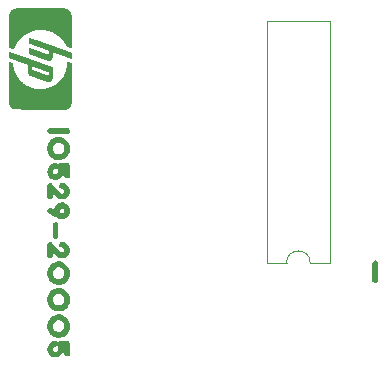
<source format=gbr>
%TF.GenerationSoftware,KiCad,Pcbnew,8.0.8*%
%TF.CreationDate,2025-03-09T11:33:26+01:00*%
%TF.ProjectId,HP 10529A reference card,48502031-3035-4323-9941-207265666572,rev?*%
%TF.SameCoordinates,Original*%
%TF.FileFunction,Legend,Top*%
%TF.FilePolarity,Positive*%
%FSLAX46Y46*%
G04 Gerber Fmt 4.6, Leading zero omitted, Abs format (unit mm)*
G04 Created by KiCad (PCBNEW 8.0.8) date 2025-03-09 11:33:26*
%MOMM*%
%LPD*%
G01*
G04 APERTURE LIST*
%ADD10C,0.300000*%
%ADD11C,0.000000*%
%ADD12C,0.120000*%
G04 APERTURE END LIST*
D10*
G36*
X186641099Y-65612951D02*
G01*
X186745283Y-65643990D01*
X186816514Y-65718739D01*
X186858572Y-65801018D01*
X186858572Y-67312393D01*
X186826151Y-67411697D01*
X186748072Y-67479730D01*
X186662128Y-67520000D01*
X186582114Y-67520000D01*
X186477929Y-67488961D01*
X186406699Y-67414212D01*
X186364640Y-67331933D01*
X186364640Y-65820558D01*
X186397061Y-65721253D01*
X186475140Y-65653221D01*
X186561085Y-65612951D01*
X186641099Y-65612951D01*
G37*
D11*
G36*
X155645544Y-47970726D02*
G01*
X155651420Y-47971262D01*
X155657791Y-47972132D01*
X155664606Y-47973322D01*
X155671814Y-47974819D01*
X155679362Y-47976611D01*
X155687201Y-47978683D01*
X155695277Y-47981023D01*
X155703541Y-47983618D01*
X155711939Y-47986453D01*
X155720422Y-47989516D01*
X155728937Y-47992794D01*
X155737432Y-47996274D01*
X155743739Y-47998832D01*
X155754010Y-48002626D01*
X155784231Y-48013212D01*
X155867918Y-48041442D01*
X155890650Y-48048652D01*
X155912583Y-48055839D01*
X155933199Y-48062791D01*
X155951980Y-48069295D01*
X155968408Y-48075141D01*
X155981966Y-48080117D01*
X155992137Y-48084010D01*
X155998402Y-48086610D01*
X156003756Y-48088851D01*
X156011310Y-48091738D01*
X156031651Y-48099031D01*
X156056697Y-48107641D01*
X156083719Y-48116722D01*
X156097307Y-48120980D01*
X156110742Y-48125379D01*
X156123682Y-48129778D01*
X156135788Y-48134036D01*
X156146717Y-48138012D01*
X156156129Y-48141564D01*
X156163683Y-48144552D01*
X156169036Y-48146834D01*
X156174616Y-48149165D01*
X156182806Y-48152307D01*
X156205422Y-48160509D01*
X156233683Y-48170405D01*
X156264391Y-48180960D01*
X156386266Y-48222223D01*
X156493367Y-48259628D01*
X156536643Y-48275207D01*
X156570544Y-48287811D01*
X156593177Y-48296768D01*
X156599676Y-48299669D01*
X156602648Y-48301408D01*
X156603458Y-48301972D01*
X156604377Y-48302531D01*
X156605396Y-48303082D01*
X156606506Y-48303619D01*
X156607699Y-48304139D01*
X156608965Y-48304637D01*
X156610295Y-48305108D01*
X156611682Y-48305549D01*
X156613115Y-48305954D01*
X156614587Y-48306319D01*
X156616088Y-48306640D01*
X156617610Y-48306913D01*
X156619144Y-48307133D01*
X156620680Y-48307295D01*
X156622211Y-48307396D01*
X156623727Y-48307431D01*
X156625370Y-48307500D01*
X156627273Y-48307705D01*
X156629414Y-48308039D01*
X156631772Y-48308497D01*
X156637047Y-48309759D01*
X156642923Y-48311445D01*
X156649221Y-48313508D01*
X156655767Y-48315899D01*
X156662384Y-48318573D01*
X156668894Y-48321483D01*
X156675871Y-48324484D01*
X156683119Y-48327427D01*
X156690437Y-48330251D01*
X156697626Y-48332900D01*
X156704486Y-48335313D01*
X156710816Y-48337432D01*
X156716417Y-48339199D01*
X156721089Y-48340553D01*
X156733447Y-48344104D01*
X156749381Y-48349195D01*
X156767668Y-48355392D01*
X156787084Y-48362259D01*
X156806405Y-48369362D01*
X156824410Y-48376264D01*
X156839874Y-48382532D01*
X156851573Y-48387729D01*
X156856927Y-48389969D01*
X156864481Y-48392857D01*
X156884822Y-48400150D01*
X156909868Y-48408760D01*
X156936890Y-48417841D01*
X156950478Y-48422099D01*
X156963913Y-48426498D01*
X156976853Y-48430897D01*
X156988959Y-48435155D01*
X156999888Y-48439131D01*
X157009300Y-48442683D01*
X157016854Y-48445671D01*
X157022207Y-48447953D01*
X157027561Y-48450193D01*
X157035115Y-48453081D01*
X157055456Y-48460374D01*
X157080502Y-48468984D01*
X157107525Y-48478065D01*
X157121112Y-48482323D01*
X157134547Y-48486722D01*
X157147488Y-48491121D01*
X157159593Y-48495379D01*
X157170522Y-48499355D01*
X157179934Y-48502907D01*
X157187488Y-48505895D01*
X157192842Y-48508177D01*
X157198329Y-48510461D01*
X157206251Y-48513462D01*
X157227847Y-48521100D01*
X157254524Y-48530055D01*
X157283177Y-48539292D01*
X157297618Y-48543882D01*
X157311376Y-48548530D01*
X157324146Y-48553107D01*
X157335622Y-48557485D01*
X157345499Y-48561533D01*
X157349742Y-48563393D01*
X157353470Y-48565123D01*
X157356645Y-48566705D01*
X157359230Y-48568124D01*
X157361185Y-48569364D01*
X157362472Y-48570408D01*
X157363647Y-48571160D01*
X157364907Y-48571906D01*
X157366243Y-48572640D01*
X157367647Y-48573356D01*
X157369110Y-48574049D01*
X157370623Y-48574713D01*
X157372177Y-48575341D01*
X157373764Y-48575928D01*
X157375374Y-48576469D01*
X157376999Y-48576956D01*
X157378629Y-48577384D01*
X157380257Y-48577748D01*
X157381873Y-48578041D01*
X157383468Y-48578257D01*
X157385034Y-48578392D01*
X157386561Y-48578438D01*
X157388204Y-48578507D01*
X157390108Y-48578712D01*
X157392249Y-48579046D01*
X157394607Y-48579504D01*
X157399882Y-48580767D01*
X157405758Y-48582453D01*
X157412056Y-48584515D01*
X157418602Y-48586907D01*
X157425219Y-48589581D01*
X157431729Y-48592490D01*
X157439618Y-48595852D01*
X157449483Y-48599814D01*
X157473635Y-48608926D01*
X157487170Y-48613770D01*
X157501175Y-48618602D01*
X157515274Y-48623270D01*
X157529091Y-48627620D01*
X157542679Y-48632210D01*
X157543143Y-48632370D01*
X157556114Y-48636858D01*
X157581160Y-48645813D01*
X157592089Y-48649861D01*
X157601501Y-48653451D01*
X157609055Y-48656452D01*
X157614409Y-48658736D01*
X157619762Y-48661020D01*
X157627316Y-48664021D01*
X157647657Y-48671659D01*
X157672703Y-48680614D01*
X157699725Y-48689852D01*
X157740888Y-48703841D01*
X157774017Y-48715196D01*
X157800206Y-48724292D01*
X157820549Y-48731507D01*
X157836141Y-48737215D01*
X157848074Y-48741795D01*
X157857442Y-48745622D01*
X157865341Y-48749072D01*
X157870828Y-48751356D01*
X157878750Y-48754357D01*
X157900346Y-48761995D01*
X157927023Y-48770950D01*
X157955677Y-48780188D01*
X157970119Y-48784777D01*
X157983891Y-48789425D01*
X157996698Y-48794003D01*
X158008247Y-48798380D01*
X158018243Y-48802428D01*
X158026393Y-48806018D01*
X158029683Y-48807600D01*
X158032401Y-48809019D01*
X158034511Y-48810259D01*
X158035975Y-48811303D01*
X158036985Y-48812055D01*
X158038124Y-48812801D01*
X158039380Y-48813535D01*
X158040743Y-48814252D01*
X158042199Y-48814945D01*
X158043738Y-48815608D01*
X158045348Y-48816236D01*
X158047016Y-48816824D01*
X158048731Y-48817364D01*
X158050482Y-48817851D01*
X158052256Y-48818279D01*
X158054042Y-48818643D01*
X158055828Y-48818936D01*
X158057602Y-48819153D01*
X158059353Y-48819287D01*
X158061068Y-48819333D01*
X158062711Y-48819414D01*
X158064611Y-48819650D01*
X158066743Y-48820034D01*
X158069082Y-48820556D01*
X158071604Y-48821208D01*
X158074283Y-48821979D01*
X158080014Y-48823850D01*
X158086073Y-48826096D01*
X158092262Y-48828649D01*
X158098381Y-48831436D01*
X158101351Y-48832896D01*
X158104229Y-48834389D01*
X158107199Y-48835905D01*
X158110445Y-48837435D01*
X158117638Y-48840505D01*
X158125560Y-48843528D01*
X158133964Y-48846434D01*
X158142604Y-48849151D01*
X158151231Y-48851609D01*
X158159600Y-48853738D01*
X158167464Y-48855467D01*
X158171024Y-48856077D01*
X158174541Y-48856773D01*
X158177992Y-48857545D01*
X158181359Y-48858384D01*
X158184619Y-48859283D01*
X158187754Y-48860231D01*
X158190741Y-48861221D01*
X158193560Y-48862242D01*
X158196192Y-48863288D01*
X158198614Y-48864348D01*
X158200808Y-48865414D01*
X158202751Y-48866477D01*
X158204423Y-48867528D01*
X158205805Y-48868559D01*
X158206380Y-48869064D01*
X158206875Y-48869560D01*
X158207287Y-48870047D01*
X158207613Y-48870523D01*
X158208246Y-48871452D01*
X158209012Y-48872352D01*
X158209902Y-48873220D01*
X158210906Y-48874052D01*
X158212016Y-48874842D01*
X158213223Y-48875587D01*
X158214519Y-48876282D01*
X158215894Y-48876922D01*
X158217339Y-48877503D01*
X158218846Y-48878022D01*
X158220406Y-48878472D01*
X158222010Y-48878851D01*
X158223649Y-48879153D01*
X158225315Y-48879374D01*
X158226999Y-48879510D01*
X158228691Y-48879557D01*
X158230345Y-48879626D01*
X158232281Y-48879831D01*
X158234472Y-48880165D01*
X158236893Y-48880623D01*
X158242330Y-48881886D01*
X158248389Y-48883572D01*
X158254872Y-48885634D01*
X158261579Y-48888026D01*
X158268309Y-48890700D01*
X158271620Y-48892128D01*
X158274863Y-48893609D01*
X158297010Y-48902580D01*
X158326320Y-48913809D01*
X158395938Y-48939279D01*
X158462733Y-48962490D01*
X158488514Y-48970896D01*
X158505721Y-48975915D01*
X158508541Y-48976525D01*
X158511343Y-48977221D01*
X158514110Y-48977992D01*
X158516824Y-48978832D01*
X158519468Y-48979730D01*
X158522023Y-48980679D01*
X158524473Y-48981668D01*
X158526799Y-48982690D01*
X158528984Y-48983735D01*
X158531010Y-48984795D01*
X158532859Y-48985861D01*
X158534515Y-48986924D01*
X158535959Y-48987976D01*
X158537173Y-48989006D01*
X158537689Y-48989511D01*
X158538141Y-48990008D01*
X158538526Y-48990495D01*
X158538843Y-48990971D01*
X158539477Y-48991899D01*
X158540243Y-48992800D01*
X158541133Y-48993668D01*
X158542137Y-48994499D01*
X158543247Y-48995290D01*
X158544454Y-48996034D01*
X158545749Y-48996729D01*
X158547124Y-48997369D01*
X158548570Y-48997951D01*
X158550077Y-48998469D01*
X158551637Y-48998920D01*
X158553241Y-48999298D01*
X158554880Y-48999601D01*
X158556546Y-48999822D01*
X158558230Y-48999958D01*
X158559922Y-49000004D01*
X158561576Y-49000074D01*
X158563511Y-49000279D01*
X158565702Y-49000613D01*
X158568124Y-49001071D01*
X158573560Y-49002333D01*
X158579620Y-49004019D01*
X158586103Y-49006082D01*
X158592810Y-49008473D01*
X158599540Y-49011147D01*
X158602851Y-49012575D01*
X158606094Y-49014056D01*
X158614115Y-49017464D01*
X158624349Y-49021553D01*
X158649756Y-49031120D01*
X158678927Y-49041440D01*
X158693865Y-49046470D01*
X158708474Y-49051195D01*
X158722914Y-49055784D01*
X158736672Y-49060432D01*
X158749442Y-49065010D01*
X158760919Y-49069387D01*
X158770795Y-49073436D01*
X158775038Y-49075296D01*
X158778766Y-49077025D01*
X158781942Y-49078607D01*
X158784526Y-49080026D01*
X158786481Y-49081266D01*
X158787769Y-49082310D01*
X158788955Y-49083062D01*
X158790247Y-49083808D01*
X158791633Y-49084542D01*
X158793101Y-49085259D01*
X158794640Y-49085952D01*
X158796238Y-49086615D01*
X158797882Y-49087244D01*
X158799562Y-49087831D01*
X158801266Y-49088371D01*
X158802981Y-49088858D01*
X158804697Y-49089286D01*
X158806400Y-49089650D01*
X158808080Y-49089943D01*
X158809725Y-49090160D01*
X158811323Y-49090294D01*
X158812862Y-49090340D01*
X158814681Y-49090421D01*
X158816737Y-49090658D01*
X158819008Y-49091041D01*
X158821472Y-49091563D01*
X158824106Y-49092215D01*
X158826888Y-49092987D01*
X158832811Y-49094857D01*
X158839063Y-49097103D01*
X158845467Y-49099656D01*
X158851848Y-49102444D01*
X158858030Y-49105396D01*
X158860884Y-49106888D01*
X158863785Y-49108348D01*
X158869635Y-49111136D01*
X158875391Y-49113688D01*
X158880865Y-49115935D01*
X158883437Y-49116922D01*
X158885867Y-49117805D01*
X158888134Y-49118577D01*
X158890212Y-49119229D01*
X158892078Y-49119750D01*
X158893709Y-49120134D01*
X158895081Y-49120371D01*
X158896172Y-49120452D01*
X158897439Y-49120521D01*
X158898969Y-49120726D01*
X158900743Y-49121061D01*
X158902743Y-49121518D01*
X158907340Y-49122781D01*
X158912608Y-49124467D01*
X158918393Y-49126529D01*
X158924543Y-49128921D01*
X158930904Y-49131595D01*
X158937324Y-49134504D01*
X158986884Y-49153450D01*
X159059780Y-49180676D01*
X159105269Y-49196808D01*
X159145347Y-49211305D01*
X159179968Y-49224132D01*
X159209084Y-49235254D01*
X159232648Y-49244634D01*
X159250614Y-49252239D01*
X159257482Y-49255364D01*
X159262933Y-49258032D01*
X159266961Y-49260238D01*
X159269559Y-49261978D01*
X159270357Y-49262892D01*
X159271237Y-49264117D01*
X159272188Y-49265632D01*
X159273198Y-49267420D01*
X159275346Y-49271735D01*
X159277589Y-49276908D01*
X159279832Y-49282787D01*
X159281980Y-49289219D01*
X159282990Y-49292595D01*
X159283941Y-49296051D01*
X159284821Y-49299570D01*
X159285619Y-49303131D01*
X159285618Y-49303131D01*
X159289568Y-49351084D01*
X159292378Y-49445864D01*
X159294526Y-49716291D01*
X159291970Y-49995187D01*
X159288898Y-50100553D01*
X159284614Y-50163328D01*
X159281386Y-50186360D01*
X159277729Y-50208779D01*
X159273647Y-50230577D01*
X159269147Y-50251746D01*
X159264233Y-50272278D01*
X159258912Y-50292166D01*
X159253189Y-50311402D01*
X159247069Y-50329978D01*
X159240557Y-50347887D01*
X159233661Y-50365120D01*
X159226384Y-50381670D01*
X159218733Y-50397530D01*
X159210712Y-50412691D01*
X159202329Y-50427146D01*
X159193587Y-50440888D01*
X159184492Y-50453908D01*
X159175051Y-50466198D01*
X159165268Y-50477752D01*
X159155149Y-50488560D01*
X159144700Y-50498617D01*
X159133926Y-50507913D01*
X159122832Y-50516441D01*
X159111424Y-50524194D01*
X159099708Y-50531163D01*
X159087690Y-50537342D01*
X159075373Y-50542722D01*
X159062765Y-50547295D01*
X159049871Y-50551054D01*
X159036696Y-50553991D01*
X159023245Y-50556098D01*
X159009525Y-50557369D01*
X158995540Y-50557794D01*
X158985293Y-50557566D01*
X158974352Y-50556915D01*
X158963058Y-50555888D01*
X158951752Y-50554532D01*
X158940776Y-50552893D01*
X158930470Y-50551019D01*
X158921176Y-50548956D01*
X158917015Y-50547869D01*
X158913234Y-50546753D01*
X158808846Y-50514633D01*
X158794692Y-50510046D01*
X158781056Y-50505411D01*
X158768266Y-50500871D01*
X158756652Y-50496566D01*
X158746544Y-50492638D01*
X158738272Y-50489226D01*
X158732163Y-50486474D01*
X158730023Y-50485389D01*
X158728548Y-50484521D01*
X158727423Y-50483911D01*
X158725948Y-50483218D01*
X158722055Y-50481620D01*
X158717079Y-50479810D01*
X158711233Y-50477871D01*
X158704729Y-50475885D01*
X158697777Y-50473935D01*
X158690590Y-50472102D01*
X158683380Y-50470469D01*
X158676119Y-50468832D01*
X158668763Y-50466972D01*
X158661502Y-50464947D01*
X158654523Y-50462816D01*
X158648014Y-50460638D01*
X158642164Y-50458471D01*
X158639545Y-50457411D01*
X158637161Y-50456376D01*
X158635036Y-50455373D01*
X158633193Y-50454409D01*
X158628920Y-50452500D01*
X158622341Y-50449861D01*
X158603583Y-50442867D01*
X158579557Y-50434366D01*
X158552895Y-50425301D01*
X158539307Y-50421043D01*
X158525873Y-50416644D01*
X158512932Y-50412245D01*
X158500827Y-50407987D01*
X158489897Y-50404011D01*
X158480485Y-50400459D01*
X158472932Y-50397471D01*
X158467578Y-50395189D01*
X158462132Y-50392905D01*
X158454310Y-50389904D01*
X158432949Y-50382266D01*
X158406319Y-50373311D01*
X158377242Y-50364074D01*
X158363088Y-50359485D01*
X158349452Y-50354837D01*
X158336662Y-50350259D01*
X158325049Y-50345882D01*
X158314941Y-50341833D01*
X158306668Y-50338244D01*
X158303322Y-50336661D01*
X158300559Y-50335242D01*
X158298419Y-50334003D01*
X158296944Y-50332958D01*
X158295934Y-50332207D01*
X158294795Y-50331461D01*
X158293539Y-50330727D01*
X158292176Y-50330010D01*
X158290720Y-50329317D01*
X158289181Y-50328653D01*
X158287571Y-50328025D01*
X158285903Y-50327438D01*
X158284188Y-50326898D01*
X158282437Y-50326411D01*
X158280663Y-50325982D01*
X158278877Y-50325619D01*
X158277091Y-50325326D01*
X158275317Y-50325109D01*
X158273566Y-50324975D01*
X158271851Y-50324929D01*
X158270208Y-50324848D01*
X158268306Y-50324611D01*
X158266170Y-50324227D01*
X158263821Y-50323705D01*
X158261284Y-50323054D01*
X158258583Y-50322282D01*
X158252780Y-50320412D01*
X158246601Y-50318165D01*
X158240233Y-50315613D01*
X158233866Y-50312825D01*
X158227687Y-50309873D01*
X158224798Y-50308381D01*
X158221794Y-50306920D01*
X158218702Y-50305502D01*
X158215548Y-50304133D01*
X158212359Y-50302823D01*
X158209161Y-50301580D01*
X158205980Y-50300414D01*
X158202844Y-50299334D01*
X158199779Y-50298347D01*
X158196810Y-50297463D01*
X158193965Y-50296691D01*
X158191270Y-50296040D01*
X158188751Y-50295518D01*
X158186436Y-50295134D01*
X158184349Y-50294897D01*
X158182519Y-50294817D01*
X158180699Y-50294736D01*
X158178643Y-50294499D01*
X158176372Y-50294115D01*
X158173909Y-50293593D01*
X158171275Y-50292942D01*
X158168492Y-50292170D01*
X158162570Y-50290300D01*
X158156318Y-50288053D01*
X158149913Y-50285501D01*
X158143532Y-50282713D01*
X158137351Y-50279761D01*
X158134497Y-50278268D01*
X158131595Y-50276808D01*
X158125745Y-50274021D01*
X158119990Y-50271468D01*
X158114516Y-50269222D01*
X158111944Y-50268235D01*
X158109513Y-50267351D01*
X158107247Y-50266580D01*
X158105169Y-50265928D01*
X158103303Y-50265406D01*
X158101672Y-50265023D01*
X158100299Y-50264786D01*
X158099209Y-50264705D01*
X158097942Y-50264635D01*
X158096412Y-50264430D01*
X158094637Y-50264096D01*
X158092638Y-50263638D01*
X158088041Y-50262376D01*
X158082773Y-50260690D01*
X158076988Y-50258627D01*
X158070838Y-50256236D01*
X158064477Y-50253562D01*
X158058056Y-50250652D01*
X158050075Y-50247245D01*
X158039942Y-50243156D01*
X158014770Y-50233589D01*
X158000508Y-50228441D01*
X157985646Y-50223269D01*
X157970573Y-50218239D01*
X157955676Y-50213514D01*
X157941524Y-50208925D01*
X157927901Y-50204277D01*
X157915148Y-50199700D01*
X157903607Y-50195322D01*
X157893619Y-50191274D01*
X157889314Y-50189413D01*
X157885524Y-50187684D01*
X157882294Y-50186102D01*
X157879665Y-50184683D01*
X157877680Y-50183443D01*
X157876381Y-50182399D01*
X157875206Y-50181647D01*
X157873946Y-50180901D01*
X157872610Y-50180167D01*
X157871206Y-50179451D01*
X157869743Y-50178758D01*
X157868230Y-50178094D01*
X157866676Y-50177466D01*
X157865089Y-50176879D01*
X157863479Y-50176338D01*
X157861854Y-50175851D01*
X157860224Y-50175423D01*
X157858596Y-50175059D01*
X157856980Y-50174766D01*
X157855385Y-50174549D01*
X157853819Y-50174415D01*
X157852292Y-50174369D01*
X157850649Y-50174299D01*
X157848745Y-50174095D01*
X157846604Y-50173760D01*
X157844246Y-50173303D01*
X157838971Y-50172040D01*
X157833095Y-50170354D01*
X157826797Y-50168292D01*
X157820251Y-50165900D01*
X157813634Y-50163226D01*
X157807124Y-50160317D01*
X157799143Y-50156909D01*
X157789009Y-50152820D01*
X157763838Y-50143253D01*
X157749576Y-50138105D01*
X157734714Y-50132934D01*
X157719640Y-50127903D01*
X157704743Y-50123178D01*
X157690591Y-50118589D01*
X157676968Y-50113941D01*
X157664216Y-50109364D01*
X157652675Y-50104986D01*
X157642687Y-50100938D01*
X157638381Y-50099078D01*
X157634592Y-50097348D01*
X157631362Y-50095766D01*
X157628732Y-50094347D01*
X157626747Y-50093107D01*
X157625449Y-50092063D01*
X157624274Y-50091311D01*
X157623014Y-50090565D01*
X157621677Y-50089831D01*
X157620273Y-50089115D01*
X157618810Y-50088422D01*
X157617297Y-50087758D01*
X157615743Y-50087130D01*
X157614156Y-50086543D01*
X157612546Y-50086003D01*
X157610922Y-50085515D01*
X157609291Y-50085087D01*
X157607664Y-50084723D01*
X157606048Y-50084430D01*
X157604452Y-50084214D01*
X157602887Y-50084079D01*
X157601359Y-50084033D01*
X157599716Y-50083964D01*
X157597813Y-50083759D01*
X157595671Y-50083424D01*
X157593314Y-50082967D01*
X157588038Y-50081704D01*
X157582163Y-50080018D01*
X157575864Y-50077956D01*
X157569318Y-50075564D01*
X157562702Y-50072890D01*
X157556191Y-50069981D01*
X157518802Y-50055553D01*
X157496061Y-50046974D01*
X157473885Y-50038866D01*
X157446014Y-50028877D01*
X157420621Y-50019136D01*
X157397528Y-50009489D01*
X157376555Y-49999783D01*
X157357523Y-49989865D01*
X157340252Y-49979583D01*
X157332221Y-49974257D01*
X157324563Y-49968783D01*
X157317256Y-49963141D01*
X157310277Y-49957312D01*
X157303604Y-49951278D01*
X157297215Y-49945019D01*
X157291086Y-49938515D01*
X157285196Y-49931749D01*
X157279522Y-49924700D01*
X157274042Y-49917350D01*
X157263573Y-49901668D01*
X157253609Y-49884552D01*
X157243972Y-49865848D01*
X157234483Y-49845402D01*
X157224960Y-49823064D01*
X157219520Y-49807245D01*
X157215127Y-49787980D01*
X157211604Y-49762387D01*
X157208775Y-49727584D01*
X157206464Y-49680689D01*
X157204493Y-49618820D01*
X157200871Y-49438635D01*
X157198929Y-49329227D01*
X157498979Y-49329227D01*
X157499138Y-49348686D01*
X157499637Y-49366468D01*
X157500514Y-49382662D01*
X157501104Y-49390191D01*
X157501802Y-49397356D01*
X157502611Y-49404168D01*
X157503537Y-49410639D01*
X157504583Y-49416778D01*
X157505754Y-49422598D01*
X157507054Y-49428109D01*
X157508489Y-49433323D01*
X157510061Y-49438249D01*
X157511776Y-49442900D01*
X157513638Y-49447287D01*
X157515652Y-49451419D01*
X157517821Y-49455309D01*
X157520151Y-49458968D01*
X157522646Y-49462406D01*
X157525309Y-49465634D01*
X157528146Y-49468664D01*
X157531161Y-49471507D01*
X157534358Y-49474173D01*
X157537742Y-49476673D01*
X157541317Y-49479020D01*
X157545088Y-49481222D01*
X157549058Y-49483293D01*
X157553233Y-49485242D01*
X157557617Y-49487081D01*
X157562214Y-49488821D01*
X157603896Y-49503167D01*
X157640850Y-49516078D01*
X157673051Y-49527531D01*
X157700477Y-49537502D01*
X157723104Y-49545967D01*
X157740909Y-49552903D01*
X157753867Y-49558286D01*
X157761956Y-49562093D01*
X157763871Y-49563198D01*
X157765841Y-49564253D01*
X157767853Y-49565256D01*
X157769892Y-49566202D01*
X157771942Y-49567090D01*
X157773989Y-49567915D01*
X157776018Y-49568677D01*
X157778016Y-49569370D01*
X157779966Y-49569993D01*
X157781854Y-49570542D01*
X157783666Y-49571015D01*
X157785387Y-49571409D01*
X157787002Y-49571720D01*
X157788496Y-49571946D01*
X157789855Y-49572084D01*
X157791064Y-49572130D01*
X157792342Y-49572200D01*
X157793905Y-49572405D01*
X157795729Y-49572739D01*
X157797792Y-49573197D01*
X157802550Y-49574459D01*
X157808002Y-49576145D01*
X157813971Y-49578208D01*
X157820282Y-49580600D01*
X157826757Y-49583274D01*
X157833221Y-49586183D01*
X157875127Y-49602368D01*
X157902666Y-49612578D01*
X157916766Y-49617594D01*
X157930583Y-49622317D01*
X157944123Y-49626906D01*
X157957417Y-49631554D01*
X157970122Y-49636132D01*
X157981899Y-49640509D01*
X157992404Y-49644558D01*
X158001299Y-49648147D01*
X158008241Y-49651148D01*
X158010873Y-49652388D01*
X158012889Y-49653432D01*
X158014804Y-49654361D01*
X158016774Y-49655261D01*
X158018786Y-49656130D01*
X158020824Y-49656961D01*
X158022875Y-49657751D01*
X158024922Y-49658496D01*
X158026951Y-49659191D01*
X158028948Y-49659831D01*
X158030898Y-49660413D01*
X158032787Y-49660931D01*
X158034599Y-49661382D01*
X158036320Y-49661760D01*
X158037934Y-49662062D01*
X158039429Y-49662284D01*
X158040788Y-49662420D01*
X158041997Y-49662466D01*
X158043275Y-49662535D01*
X158044838Y-49662740D01*
X158046661Y-49663075D01*
X158048725Y-49663532D01*
X158053483Y-49664795D01*
X158058935Y-49666481D01*
X158064904Y-49668543D01*
X158071215Y-49670935D01*
X158077690Y-49673609D01*
X158084154Y-49676518D01*
X158092042Y-49679880D01*
X158101907Y-49683843D01*
X158126059Y-49692955D01*
X158139594Y-49697799D01*
X158153599Y-49702631D01*
X158167699Y-49707299D01*
X158181516Y-49711649D01*
X158208538Y-49720871D01*
X158233584Y-49729716D01*
X158266833Y-49741761D01*
X158272187Y-49744045D01*
X158279740Y-49747046D01*
X158300081Y-49754684D01*
X158325127Y-49763639D01*
X158352150Y-49772876D01*
X158379172Y-49782098D01*
X158404218Y-49790943D01*
X158437467Y-49802988D01*
X158481694Y-49819346D01*
X158551892Y-49844267D01*
X158628865Y-49870881D01*
X158693418Y-49892320D01*
X158720079Y-49901229D01*
X158744106Y-49909384D01*
X158754308Y-49912944D01*
X158762863Y-49916033D01*
X158769443Y-49918558D01*
X158773716Y-49920425D01*
X158794804Y-49928729D01*
X158814769Y-49936324D01*
X158833597Y-49943207D01*
X158851270Y-49949376D01*
X158867773Y-49954827D01*
X158883090Y-49959558D01*
X158897203Y-49963566D01*
X158910098Y-49966847D01*
X158921758Y-49969399D01*
X158932167Y-49971219D01*
X158941308Y-49972303D01*
X158945398Y-49972569D01*
X158949165Y-49972650D01*
X158952608Y-49972545D01*
X158955723Y-49972255D01*
X158958510Y-49971779D01*
X158960965Y-49971117D01*
X158963087Y-49970268D01*
X158964875Y-49969232D01*
X158966325Y-49968008D01*
X158967436Y-49966596D01*
X158967436Y-49966597D01*
X158968773Y-49962285D01*
X158970134Y-49954217D01*
X158972831Y-49928910D01*
X158975341Y-49894875D01*
X158977474Y-49856312D01*
X158979042Y-49817419D01*
X158979858Y-49782397D01*
X158979732Y-49755443D01*
X158979258Y-49746304D01*
X158978477Y-49740757D01*
X158977867Y-49738900D01*
X158977170Y-49737099D01*
X158976393Y-49735363D01*
X158975545Y-49733700D01*
X158974631Y-49732119D01*
X158973661Y-49730630D01*
X158972640Y-49729241D01*
X158971577Y-49727960D01*
X158971031Y-49727363D01*
X158970478Y-49726797D01*
X158969918Y-49726262D01*
X158969352Y-49725760D01*
X158968780Y-49725292D01*
X158968205Y-49724859D01*
X158967626Y-49724462D01*
X158967044Y-49724102D01*
X158966461Y-49723780D01*
X158965878Y-49723498D01*
X158965295Y-49723256D01*
X158964713Y-49723055D01*
X158964134Y-49722897D01*
X158963557Y-49722783D01*
X158962985Y-49722714D01*
X158962418Y-49722690D01*
X158961316Y-49722621D01*
X158959908Y-49722416D01*
X158956270Y-49721624D01*
X158951690Y-49720361D01*
X158946358Y-49718675D01*
X158940461Y-49716613D01*
X158934188Y-49714221D01*
X158927726Y-49711547D01*
X158921265Y-49708638D01*
X158901065Y-49700075D01*
X158870325Y-49687560D01*
X158833187Y-49672786D01*
X158793791Y-49657448D01*
X158774299Y-49650240D01*
X158755288Y-49643066D01*
X158720644Y-49629720D01*
X158678362Y-49613283D01*
X158662287Y-49606775D01*
X158633319Y-49595844D01*
X158595507Y-49582090D01*
X158552896Y-49567112D01*
X158510645Y-49552292D01*
X158491319Y-49545322D01*
X158473852Y-49538882D01*
X158458737Y-49533148D01*
X158446469Y-49528296D01*
X158437541Y-49524503D01*
X158434484Y-49523058D01*
X158432448Y-49521944D01*
X158428525Y-49520311D01*
X158423650Y-49518478D01*
X158417998Y-49516528D01*
X158411746Y-49514542D01*
X158405071Y-49512603D01*
X158398149Y-49510793D01*
X158391156Y-49509196D01*
X158384269Y-49507892D01*
X158381073Y-49507094D01*
X158377898Y-49506212D01*
X158374764Y-49505256D01*
X158371691Y-49504238D01*
X158368701Y-49503166D01*
X158365814Y-49502052D01*
X158363050Y-49500905D01*
X158360431Y-49499737D01*
X158357976Y-49498556D01*
X158355706Y-49497374D01*
X158353642Y-49496201D01*
X158351805Y-49495047D01*
X158350214Y-49493923D01*
X158348892Y-49492838D01*
X158348337Y-49492314D01*
X158347857Y-49491803D01*
X158347454Y-49491308D01*
X158347131Y-49490828D01*
X158346321Y-49489900D01*
X158345400Y-49488999D01*
X158344376Y-49488131D01*
X158343257Y-49487300D01*
X158342050Y-49486509D01*
X158340762Y-49485765D01*
X158339400Y-49485070D01*
X158337972Y-49484429D01*
X158336485Y-49483848D01*
X158334947Y-49483330D01*
X158333365Y-49482879D01*
X158331746Y-49482500D01*
X158330097Y-49482198D01*
X158328427Y-49481977D01*
X158326741Y-49481841D01*
X158325049Y-49481795D01*
X158323395Y-49481725D01*
X158321459Y-49481520D01*
X158319268Y-49481186D01*
X158316846Y-49480728D01*
X158311410Y-49479465D01*
X158305351Y-49477779D01*
X158298868Y-49475717D01*
X158292161Y-49473325D01*
X158285431Y-49470651D01*
X158282120Y-49469223D01*
X158278877Y-49467742D01*
X158270896Y-49464335D01*
X158260763Y-49460245D01*
X158235591Y-49450679D01*
X158221329Y-49445531D01*
X158206467Y-49440359D01*
X158191394Y-49435329D01*
X158176497Y-49430604D01*
X158162343Y-49426015D01*
X158148706Y-49421367D01*
X158135916Y-49416789D01*
X158124303Y-49412412D01*
X158114195Y-49408363D01*
X158105922Y-49404774D01*
X158102576Y-49403191D01*
X158099813Y-49401772D01*
X158097673Y-49400533D01*
X158096198Y-49399488D01*
X158095200Y-49398737D01*
X158094095Y-49397991D01*
X158092892Y-49397257D01*
X158091603Y-49396540D01*
X158090237Y-49395847D01*
X158088806Y-49395184D01*
X158087318Y-49394555D01*
X158085785Y-49393968D01*
X158084216Y-49393428D01*
X158082622Y-49392941D01*
X158081014Y-49392513D01*
X158079402Y-49392149D01*
X158077795Y-49391856D01*
X158076204Y-49391639D01*
X158074640Y-49391505D01*
X158073113Y-49391459D01*
X158071470Y-49391389D01*
X158069566Y-49391185D01*
X158067425Y-49390850D01*
X158065067Y-49390393D01*
X158059792Y-49389130D01*
X158053916Y-49387444D01*
X158047618Y-49385382D01*
X158041072Y-49382990D01*
X158034455Y-49380316D01*
X158027945Y-49377407D01*
X158020056Y-49374044D01*
X158010191Y-49370082D01*
X157986039Y-49360970D01*
X157972504Y-49356126D01*
X157958499Y-49351294D01*
X157944400Y-49346626D01*
X157930583Y-49342276D01*
X157903560Y-49333054D01*
X157878514Y-49324209D01*
X157845266Y-49312164D01*
X157839912Y-49309880D01*
X157832358Y-49306879D01*
X157812017Y-49299241D01*
X157786971Y-49290286D01*
X157759949Y-49281049D01*
X157732926Y-49271827D01*
X157707880Y-49262981D01*
X157674632Y-49250937D01*
X157652720Y-49242295D01*
X157631644Y-49234500D01*
X157611767Y-49227647D01*
X157593455Y-49221828D01*
X157577072Y-49217139D01*
X157569717Y-49215247D01*
X157562982Y-49213673D01*
X157556912Y-49212428D01*
X157551551Y-49211524D01*
X157546946Y-49210974D01*
X157543143Y-49210787D01*
X157536527Y-49211037D01*
X157530583Y-49211842D01*
X157525276Y-49213288D01*
X157520575Y-49215461D01*
X157518440Y-49216846D01*
X157516443Y-49218445D01*
X157514581Y-49220268D01*
X157512849Y-49222326D01*
X157511242Y-49224630D01*
X157509757Y-49227190D01*
X157507134Y-49233120D01*
X157504946Y-49240204D01*
X157503160Y-49248525D01*
X157501742Y-49258170D01*
X157500657Y-49269223D01*
X157499872Y-49281770D01*
X157499353Y-49295897D01*
X157498979Y-49329227D01*
X157198929Y-49329227D01*
X157194848Y-49099374D01*
X157165740Y-49075284D01*
X157162674Y-49072687D01*
X157159514Y-49070172D01*
X157156283Y-49067750D01*
X157153005Y-49065435D01*
X157149704Y-49063238D01*
X157146403Y-49061169D01*
X157143125Y-49059242D01*
X157139894Y-49057468D01*
X157136734Y-49055859D01*
X157133668Y-49054426D01*
X157130719Y-49053181D01*
X157127912Y-49052136D01*
X157125269Y-49051303D01*
X157122815Y-49050693D01*
X157120572Y-49050319D01*
X157118565Y-49050191D01*
X157116838Y-49050145D01*
X157115054Y-49050011D01*
X157113225Y-49049794D01*
X157111366Y-49049501D01*
X157109489Y-49049137D01*
X157107608Y-49048709D01*
X157105736Y-49048222D01*
X157103885Y-49047682D01*
X157102070Y-49047095D01*
X157100303Y-49046466D01*
X157098599Y-49045803D01*
X157096969Y-49045110D01*
X157095427Y-49044393D01*
X157093987Y-49043659D01*
X157092662Y-49042913D01*
X157091464Y-49042161D01*
X157090142Y-49041117D01*
X157088088Y-49039876D01*
X157081960Y-49036860D01*
X157073432Y-49033234D01*
X157062858Y-49029113D01*
X157050589Y-49024616D01*
X157036980Y-49019860D01*
X157022383Y-49014962D01*
X157007150Y-49010042D01*
X156991918Y-49005411D01*
X156977321Y-49000663D01*
X156963712Y-48995962D01*
X156951444Y-48991473D01*
X156940869Y-48987360D01*
X156932341Y-48983788D01*
X156928955Y-48982257D01*
X156926213Y-48980922D01*
X156924159Y-48979805D01*
X156922837Y-48978926D01*
X156921663Y-48977998D01*
X156920403Y-48977097D01*
X156919066Y-48976229D01*
X156917662Y-48975398D01*
X156916199Y-48974607D01*
X156914686Y-48973863D01*
X156913132Y-48973168D01*
X156911545Y-48972528D01*
X156909935Y-48971946D01*
X156908311Y-48971428D01*
X156906680Y-48970977D01*
X156905053Y-48970599D01*
X156903437Y-48970297D01*
X156901841Y-48970075D01*
X156900276Y-48969939D01*
X156898748Y-48969893D01*
X156897105Y-48969823D01*
X156895202Y-48969618D01*
X156893060Y-48969284D01*
X156890702Y-48968826D01*
X156885427Y-48967564D01*
X156879552Y-48965878D01*
X156873253Y-48963815D01*
X156866707Y-48961424D01*
X156860091Y-48958750D01*
X156853580Y-48955840D01*
X156845599Y-48952433D01*
X156835466Y-48948344D01*
X156810294Y-48938777D01*
X156796032Y-48933629D01*
X156781170Y-48928457D01*
X156766097Y-48923427D01*
X156751199Y-48918702D01*
X156722185Y-48908540D01*
X156707972Y-48903388D01*
X156694489Y-48898377D01*
X156682134Y-48893648D01*
X156671309Y-48889343D01*
X156662412Y-48885603D01*
X156655845Y-48882568D01*
X156653166Y-48881264D01*
X156650413Y-48879990D01*
X156647603Y-48878755D01*
X156644757Y-48877565D01*
X156641893Y-48876429D01*
X156639031Y-48875352D01*
X156636189Y-48874343D01*
X156633386Y-48873409D01*
X156630643Y-48872558D01*
X156627978Y-48871796D01*
X156625409Y-48871131D01*
X156622957Y-48870571D01*
X156620640Y-48870122D01*
X156618477Y-48869792D01*
X156616488Y-48869589D01*
X156614692Y-48869520D01*
X156613153Y-48869474D01*
X156611555Y-48869339D01*
X156609911Y-48869123D01*
X156608230Y-48868830D01*
X156606527Y-48868466D01*
X156604812Y-48868038D01*
X156603096Y-48867551D01*
X156601393Y-48867011D01*
X156599713Y-48866423D01*
X156598068Y-48865795D01*
X156596470Y-48865131D01*
X156594931Y-48864438D01*
X156593463Y-48863722D01*
X156592077Y-48862988D01*
X156590785Y-48862242D01*
X156589599Y-48861490D01*
X156588277Y-48860446D01*
X156586223Y-48859204D01*
X156580095Y-48856189D01*
X156571567Y-48852562D01*
X156560992Y-48848441D01*
X156548724Y-48843944D01*
X156535115Y-48839188D01*
X156520518Y-48834291D01*
X156505285Y-48829371D01*
X156490053Y-48824740D01*
X156475456Y-48819992D01*
X156461847Y-48815291D01*
X156449578Y-48810801D01*
X156439004Y-48806688D01*
X156430476Y-48803117D01*
X156427090Y-48801585D01*
X156424348Y-48800250D01*
X156422294Y-48799133D01*
X156420972Y-48798255D01*
X156419797Y-48797326D01*
X156418537Y-48796426D01*
X156417201Y-48795557D01*
X156415797Y-48794726D01*
X156414334Y-48793936D01*
X156412821Y-48793191D01*
X156411267Y-48792496D01*
X156409680Y-48791856D01*
X156408070Y-48791274D01*
X156406446Y-48790756D01*
X156404815Y-48790306D01*
X156403187Y-48789927D01*
X156401572Y-48789625D01*
X156399976Y-48789404D01*
X156398410Y-48789268D01*
X156396883Y-48789221D01*
X156395240Y-48789152D01*
X156393336Y-48788947D01*
X156391195Y-48788612D01*
X156388837Y-48788155D01*
X156383562Y-48786892D01*
X156377687Y-48785206D01*
X156371388Y-48783144D01*
X156364842Y-48780752D01*
X156358225Y-48778078D01*
X156351715Y-48775169D01*
X156343734Y-48771762D01*
X156333601Y-48767673D01*
X156308429Y-48758106D01*
X156294167Y-48752958D01*
X156279305Y-48747786D01*
X156264231Y-48742756D01*
X156249334Y-48738031D01*
X156235182Y-48733442D01*
X156221559Y-48728794D01*
X156208807Y-48724216D01*
X156197266Y-48719838D01*
X156187278Y-48715790D01*
X156182972Y-48713930D01*
X156179183Y-48712201D01*
X156175953Y-48710618D01*
X156173323Y-48709199D01*
X156171338Y-48707960D01*
X156170040Y-48706915D01*
X156168865Y-48706164D01*
X156167605Y-48705418D01*
X156166268Y-48704684D01*
X156164864Y-48703967D01*
X156163401Y-48703274D01*
X156161888Y-48702610D01*
X156160334Y-48701982D01*
X156158748Y-48701395D01*
X156157138Y-48700855D01*
X156155513Y-48700368D01*
X156153882Y-48699939D01*
X156152255Y-48699576D01*
X156150639Y-48699283D01*
X156149044Y-48699066D01*
X156147478Y-48698932D01*
X156145950Y-48698886D01*
X156144307Y-48698816D01*
X156142404Y-48698611D01*
X156140262Y-48698277D01*
X156137905Y-48697819D01*
X156132629Y-48696557D01*
X156126754Y-48694871D01*
X156120455Y-48692808D01*
X156113909Y-48690417D01*
X156107293Y-48687743D01*
X156100782Y-48684834D01*
X156092801Y-48681426D01*
X156082668Y-48677337D01*
X156057496Y-48667770D01*
X156043234Y-48662622D01*
X156028372Y-48657450D01*
X156013299Y-48652420D01*
X155998402Y-48647695D01*
X155984247Y-48643106D01*
X155970611Y-48638458D01*
X155957821Y-48633880D01*
X155946208Y-48629503D01*
X155936100Y-48625454D01*
X155927827Y-48621865D01*
X155924481Y-48620283D01*
X155921718Y-48618863D01*
X155919578Y-48617624D01*
X155918103Y-48616580D01*
X155917105Y-48615828D01*
X155916000Y-48615082D01*
X155914797Y-48614348D01*
X155913508Y-48613631D01*
X155912142Y-48612938D01*
X155910711Y-48612275D01*
X155909223Y-48611646D01*
X155907690Y-48611059D01*
X155906121Y-48610519D01*
X155904528Y-48610032D01*
X155902919Y-48609604D01*
X155901307Y-48609240D01*
X155899700Y-48608947D01*
X155898109Y-48608730D01*
X155896545Y-48608596D01*
X155895018Y-48608550D01*
X155893375Y-48608480D01*
X155891471Y-48608275D01*
X155889330Y-48607941D01*
X155886972Y-48607483D01*
X155881697Y-48606221D01*
X155875821Y-48604535D01*
X155869523Y-48602473D01*
X155862977Y-48600081D01*
X155856360Y-48597407D01*
X155849850Y-48594498D01*
X155841869Y-48591090D01*
X155831736Y-48587001D01*
X155806564Y-48577434D01*
X155792302Y-48572286D01*
X155777440Y-48567115D01*
X155762366Y-48562084D01*
X155747469Y-48557360D01*
X155732905Y-48552302D01*
X155718094Y-48547009D01*
X155703448Y-48541621D01*
X155689378Y-48536281D01*
X155676297Y-48531129D01*
X155664614Y-48526307D01*
X155654744Y-48521954D01*
X155647096Y-48518214D01*
X155616984Y-48501151D01*
X155613973Y-48240181D01*
X155613383Y-48160902D01*
X155613235Y-48128002D01*
X155613205Y-48099219D01*
X155613311Y-48074271D01*
X155613568Y-48052875D01*
X155613758Y-48043421D01*
X155613992Y-48034749D01*
X155614273Y-48026824D01*
X155614601Y-48019611D01*
X155614979Y-48013074D01*
X155615409Y-48007178D01*
X155615893Y-48001888D01*
X155616434Y-47997168D01*
X155617032Y-47992984D01*
X155617691Y-47989299D01*
X155618411Y-47986079D01*
X155619196Y-47983288D01*
X155620047Y-47980892D01*
X155620966Y-47978854D01*
X155621955Y-47977140D01*
X155623017Y-47975713D01*
X155624153Y-47974540D01*
X155625365Y-47973584D01*
X155626655Y-47972811D01*
X155628026Y-47972185D01*
X155631405Y-47971253D01*
X155635485Y-47970708D01*
X155640215Y-47970537D01*
X155645544Y-47970726D01*
G37*
G36*
X157336251Y-46778108D02*
G01*
X157393290Y-46795138D01*
X157561085Y-46848383D01*
X157734715Y-46905956D01*
X157799045Y-46928397D01*
X157835229Y-46942357D01*
X157841535Y-46944917D01*
X157851806Y-46948724D01*
X157882028Y-46959420D01*
X157965714Y-46988528D01*
X158111286Y-47037429D01*
X158161382Y-47054410D01*
X158199081Y-47067321D01*
X158226429Y-47076845D01*
X158245472Y-47083663D01*
X158258258Y-47088458D01*
X158266833Y-47091912D01*
X158272187Y-47094196D01*
X158279740Y-47097198D01*
X158300081Y-47104835D01*
X158325127Y-47113791D01*
X158352150Y-47123028D01*
X158365737Y-47127286D01*
X158379172Y-47131685D01*
X158392113Y-47136084D01*
X158404218Y-47140342D01*
X158415148Y-47144318D01*
X158424559Y-47147870D01*
X158432113Y-47150858D01*
X158437467Y-47153140D01*
X158442821Y-47155381D01*
X158450374Y-47158268D01*
X158470715Y-47165561D01*
X158495761Y-47174171D01*
X158522784Y-47183252D01*
X158536371Y-47187510D01*
X158549806Y-47191909D01*
X158562747Y-47196308D01*
X158574852Y-47200566D01*
X158585782Y-47204542D01*
X158595193Y-47208094D01*
X158602747Y-47211082D01*
X158608101Y-47213364D01*
X158613455Y-47215605D01*
X158621008Y-47218492D01*
X158641349Y-47225785D01*
X158666396Y-47234395D01*
X158693418Y-47243476D01*
X158707005Y-47247734D01*
X158720440Y-47252133D01*
X158733381Y-47256532D01*
X158745486Y-47260790D01*
X158756416Y-47264766D01*
X158765828Y-47268318D01*
X158773381Y-47271306D01*
X158778735Y-47273588D01*
X158784222Y-47275872D01*
X158792144Y-47278873D01*
X158813740Y-47286511D01*
X158840417Y-47295466D01*
X158869071Y-47304703D01*
X158883511Y-47309293D01*
X158897269Y-47313941D01*
X158910039Y-47318518D01*
X158921516Y-47322896D01*
X158931392Y-47326944D01*
X158935635Y-47328804D01*
X158939363Y-47330534D01*
X158942538Y-47332116D01*
X158945123Y-47333535D01*
X158947078Y-47334775D01*
X158948365Y-47335819D01*
X158949551Y-47336571D01*
X158950843Y-47337317D01*
X158952229Y-47338051D01*
X158953698Y-47338767D01*
X158955237Y-47339460D01*
X158956834Y-47340124D01*
X158958479Y-47340752D01*
X158960159Y-47341339D01*
X158961863Y-47341880D01*
X158963578Y-47342367D01*
X158965294Y-47342795D01*
X158966997Y-47343159D01*
X158968677Y-47343452D01*
X158970322Y-47343668D01*
X158971920Y-47343803D01*
X158973459Y-47343849D01*
X158975278Y-47343930D01*
X158977334Y-47344166D01*
X158979605Y-47344550D01*
X158982069Y-47345072D01*
X158984703Y-47345723D01*
X158987485Y-47346495D01*
X158993408Y-47348366D01*
X158999659Y-47350612D01*
X159006064Y-47353165D01*
X159012445Y-47355952D01*
X159018627Y-47358905D01*
X159021516Y-47360397D01*
X159024519Y-47361857D01*
X159027612Y-47363276D01*
X159030765Y-47364645D01*
X159033954Y-47365955D01*
X159037152Y-47367197D01*
X159040333Y-47368363D01*
X159043469Y-47369444D01*
X159046534Y-47370430D01*
X159049503Y-47371314D01*
X159052348Y-47372086D01*
X159055043Y-47372737D01*
X159057562Y-47373259D01*
X159059877Y-47373643D01*
X159061964Y-47373880D01*
X159063794Y-47373961D01*
X159065614Y-47374042D01*
X159067670Y-47374278D01*
X159069941Y-47374662D01*
X159072404Y-47375184D01*
X159075038Y-47375835D01*
X159077821Y-47376607D01*
X159083743Y-47378477D01*
X159089995Y-47380724D01*
X159096400Y-47383277D01*
X159102781Y-47386064D01*
X159108962Y-47389017D01*
X159111817Y-47390509D01*
X159114718Y-47391969D01*
X159120568Y-47394757D01*
X159126324Y-47397309D01*
X159131797Y-47399556D01*
X159134369Y-47400542D01*
X159136800Y-47401426D01*
X159139066Y-47402198D01*
X159141144Y-47402849D01*
X159143011Y-47403371D01*
X159144642Y-47403755D01*
X159146014Y-47403992D01*
X159147104Y-47404073D01*
X159148371Y-47404142D01*
X159149902Y-47404347D01*
X159151676Y-47404681D01*
X159153675Y-47405139D01*
X159158273Y-47406402D01*
X159163540Y-47408088D01*
X159169325Y-47410150D01*
X159175475Y-47412542D01*
X159181837Y-47415216D01*
X159188257Y-47418125D01*
X159196279Y-47421532D01*
X159206512Y-47425622D01*
X159231919Y-47435188D01*
X159261090Y-47445508D01*
X159276028Y-47450538D01*
X159290637Y-47455263D01*
X159305080Y-47459852D01*
X159318852Y-47464501D01*
X159331659Y-47469078D01*
X159343208Y-47473456D01*
X159353204Y-47477504D01*
X159361353Y-47481093D01*
X159364644Y-47482676D01*
X159367362Y-47484095D01*
X159369472Y-47485334D01*
X159370936Y-47486379D01*
X159371934Y-47487130D01*
X159373039Y-47487876D01*
X159374242Y-47488611D01*
X159375531Y-47489327D01*
X159376897Y-47490020D01*
X159378329Y-47490684D01*
X159379816Y-47491312D01*
X159381350Y-47491899D01*
X159382918Y-47492439D01*
X159384512Y-47492926D01*
X159386120Y-47493355D01*
X159387733Y-47493718D01*
X159389339Y-47494011D01*
X159390930Y-47494228D01*
X159392494Y-47494362D01*
X159394022Y-47494408D01*
X159395665Y-47494478D01*
X159397568Y-47494683D01*
X159399710Y-47495017D01*
X159402067Y-47495475D01*
X159407343Y-47496737D01*
X159413218Y-47498423D01*
X159419517Y-47500486D01*
X159426063Y-47502877D01*
X159432679Y-47505551D01*
X159439190Y-47508461D01*
X159447212Y-47511868D01*
X159457445Y-47515957D01*
X159482852Y-47525524D01*
X159512023Y-47535844D01*
X159526961Y-47540874D01*
X159541570Y-47545599D01*
X159556012Y-47550188D01*
X159569784Y-47554836D01*
X159582592Y-47559414D01*
X159594140Y-47563791D01*
X159604136Y-47567840D01*
X159612286Y-47571429D01*
X159615576Y-47573011D01*
X159618295Y-47574430D01*
X159620404Y-47575670D01*
X159621868Y-47576714D01*
X159622867Y-47577466D01*
X159623972Y-47578212D01*
X159625174Y-47578946D01*
X159626464Y-47579663D01*
X159627829Y-47580356D01*
X159629261Y-47581019D01*
X159630749Y-47581648D01*
X159632282Y-47582235D01*
X159633851Y-47582775D01*
X159635444Y-47583262D01*
X159637053Y-47583690D01*
X159638665Y-47584054D01*
X159640272Y-47584347D01*
X159641863Y-47584564D01*
X159643427Y-47584698D01*
X159644954Y-47584744D01*
X159646597Y-47584814D01*
X159648501Y-47585019D01*
X159650642Y-47585353D01*
X159653000Y-47585811D01*
X159658275Y-47587073D01*
X159664151Y-47588759D01*
X159670449Y-47590821D01*
X159676995Y-47593213D01*
X159683612Y-47595887D01*
X159690122Y-47598796D01*
X159698144Y-47602203D01*
X159708378Y-47606293D01*
X159733784Y-47615860D01*
X159762955Y-47626179D01*
X159777894Y-47631210D01*
X159792503Y-47635935D01*
X159806945Y-47640524D01*
X159820717Y-47645172D01*
X159833524Y-47649749D01*
X159845073Y-47654127D01*
X159855069Y-47658175D01*
X159863219Y-47661765D01*
X159866509Y-47663347D01*
X159869227Y-47664766D01*
X159871337Y-47666006D01*
X159872801Y-47667050D01*
X159873799Y-47667802D01*
X159874905Y-47668548D01*
X159876107Y-47669282D01*
X159877396Y-47669998D01*
X159878762Y-47670691D01*
X159880194Y-47671355D01*
X159881682Y-47671983D01*
X159883215Y-47672570D01*
X159884783Y-47673111D01*
X159886377Y-47673598D01*
X159887985Y-47674026D01*
X159889598Y-47674390D01*
X159891205Y-47674683D01*
X159892795Y-47674899D01*
X159894359Y-47675034D01*
X159895887Y-47675080D01*
X159897530Y-47675149D01*
X159899433Y-47675354D01*
X159901575Y-47675688D01*
X159903932Y-47676146D01*
X159909208Y-47677409D01*
X159915083Y-47679095D01*
X159921382Y-47681157D01*
X159927928Y-47683549D01*
X159934544Y-47686223D01*
X159941055Y-47689132D01*
X159963201Y-47698103D01*
X159992512Y-47709332D01*
X160062130Y-47734802D01*
X160128925Y-47758013D01*
X160154706Y-47766419D01*
X160171913Y-47771438D01*
X160174733Y-47772048D01*
X160177535Y-47772744D01*
X160180302Y-47773516D01*
X160183017Y-47774355D01*
X160185660Y-47775253D01*
X160188216Y-47776202D01*
X160190665Y-47777191D01*
X160192991Y-47778213D01*
X160195176Y-47779258D01*
X160197202Y-47780319D01*
X160199052Y-47781385D01*
X160200707Y-47782448D01*
X160202151Y-47783499D01*
X160203366Y-47784530D01*
X160203881Y-47785034D01*
X160204333Y-47785531D01*
X160204719Y-47786018D01*
X160205036Y-47786494D01*
X160205670Y-47787422D01*
X160206436Y-47788323D01*
X160207325Y-47789191D01*
X160208329Y-47790023D01*
X160209439Y-47790813D01*
X160210647Y-47791558D01*
X160211942Y-47792252D01*
X160213317Y-47792893D01*
X160214762Y-47793474D01*
X160216269Y-47793992D01*
X160217829Y-47794443D01*
X160219433Y-47794822D01*
X160221072Y-47795124D01*
X160222738Y-47795345D01*
X160224422Y-47795481D01*
X160226114Y-47795527D01*
X160227769Y-47795597D01*
X160229704Y-47795802D01*
X160231895Y-47796136D01*
X160234317Y-47796594D01*
X160239753Y-47797856D01*
X160245812Y-47799542D01*
X160252295Y-47801605D01*
X160259002Y-47803996D01*
X160265732Y-47806670D01*
X160269043Y-47808098D01*
X160272286Y-47809579D01*
X160349102Y-47839378D01*
X160472781Y-47885361D01*
X160589308Y-47927581D01*
X160628010Y-47941045D01*
X160644670Y-47946087D01*
X160645583Y-47946157D01*
X160646805Y-47946361D01*
X160650080Y-47947153D01*
X160654321Y-47948416D01*
X160659349Y-47950102D01*
X160664989Y-47952164D01*
X160671065Y-47954556D01*
X160677399Y-47957230D01*
X160683815Y-47960139D01*
X160701208Y-47967495D01*
X160724341Y-47976826D01*
X160776158Y-47997277D01*
X160790553Y-48002930D01*
X160803665Y-48008246D01*
X160815550Y-48013265D01*
X160826266Y-48018026D01*
X160835871Y-48022570D01*
X160844422Y-48026936D01*
X160848320Y-48029065D01*
X160851975Y-48031164D01*
X160855396Y-48033239D01*
X160858590Y-48035294D01*
X160861562Y-48037334D01*
X160864322Y-48039364D01*
X160866875Y-48041390D01*
X160869229Y-48043416D01*
X160871391Y-48045447D01*
X160873368Y-48047488D01*
X160875168Y-48049544D01*
X160876798Y-48051620D01*
X160878264Y-48053721D01*
X160879575Y-48055852D01*
X160880736Y-48058018D01*
X160881756Y-48060224D01*
X160882641Y-48062475D01*
X160883399Y-48064776D01*
X160884037Y-48067131D01*
X160884561Y-48069546D01*
X160884562Y-48069546D01*
X160885597Y-48078552D01*
X160886444Y-48095862D01*
X160887573Y-48151350D01*
X160887950Y-48227916D01*
X160887573Y-48317467D01*
X160886570Y-48543307D01*
X160863484Y-48546317D01*
X160858878Y-48546537D01*
X160852700Y-48546100D01*
X160845119Y-48545054D01*
X160836305Y-48543448D01*
X160815652Y-48538748D01*
X160792094Y-48532391D01*
X160766983Y-48524763D01*
X160741672Y-48516253D01*
X160717514Y-48507249D01*
X160695861Y-48498139D01*
X160690507Y-48495898D01*
X160682954Y-48493010D01*
X160662612Y-48485718D01*
X160637566Y-48477107D01*
X160610544Y-48468027D01*
X160596956Y-48463769D01*
X160583522Y-48459369D01*
X160570581Y-48454970D01*
X160558475Y-48450712D01*
X160547546Y-48446737D01*
X160538134Y-48443184D01*
X160530581Y-48440197D01*
X160525227Y-48437915D01*
X160519873Y-48435674D01*
X160512319Y-48432787D01*
X160491978Y-48425494D01*
X160466932Y-48416884D01*
X160439910Y-48407803D01*
X160426322Y-48403545D01*
X160412887Y-48399146D01*
X160399947Y-48394747D01*
X160387841Y-48390489D01*
X160376912Y-48386513D01*
X160367500Y-48382961D01*
X160359947Y-48379973D01*
X160354593Y-48377691D01*
X160349239Y-48375450D01*
X160341685Y-48372563D01*
X160321344Y-48365270D01*
X160296298Y-48356660D01*
X160269276Y-48347579D01*
X160255688Y-48343321D01*
X160242253Y-48338922D01*
X160229313Y-48334523D01*
X160217207Y-48330265D01*
X160206278Y-48326289D01*
X160196866Y-48322737D01*
X160189312Y-48319749D01*
X160183959Y-48317467D01*
X160177693Y-48314909D01*
X160167522Y-48311115D01*
X160137536Y-48300529D01*
X160098140Y-48287120D01*
X160053474Y-48272299D01*
X160031029Y-48265089D01*
X160009231Y-48257902D01*
X159988633Y-48250951D01*
X159969788Y-48244446D01*
X159953248Y-48238600D01*
X159939566Y-48233624D01*
X159929295Y-48229731D01*
X159922989Y-48227131D01*
X159917635Y-48224891D01*
X159910081Y-48222003D01*
X159889740Y-48214710D01*
X159864694Y-48206100D01*
X159837672Y-48197019D01*
X159824084Y-48192761D01*
X159810649Y-48188362D01*
X159797709Y-48183963D01*
X159785603Y-48179705D01*
X159774674Y-48175729D01*
X159765262Y-48172177D01*
X159757708Y-48169190D01*
X159752354Y-48166908D01*
X159746089Y-48164349D01*
X159735918Y-48160556D01*
X159705932Y-48149970D01*
X159666536Y-48136560D01*
X159621869Y-48121740D01*
X159577627Y-48107499D01*
X159538184Y-48094388D01*
X159507962Y-48083912D01*
X159497691Y-48080132D01*
X159491385Y-48077576D01*
X159473031Y-48070620D01*
X159452584Y-48063523D01*
X159431149Y-48056615D01*
X159409831Y-48050224D01*
X159389737Y-48044680D01*
X159371972Y-48040312D01*
X159364308Y-48038672D01*
X159357641Y-48037450D01*
X159352110Y-48036687D01*
X159347851Y-48036423D01*
X159344800Y-48036553D01*
X159342027Y-48036997D01*
X159339503Y-48037832D01*
X159337202Y-48039136D01*
X159335095Y-48040987D01*
X159333154Y-48043463D01*
X159331351Y-48046641D01*
X159329658Y-48050601D01*
X159328048Y-48055418D01*
X159326492Y-48061173D01*
X159324963Y-48067942D01*
X159323432Y-48075803D01*
X159320254Y-48095115D01*
X159316735Y-48119732D01*
X159311764Y-48160791D01*
X159306322Y-48211825D01*
X159301068Y-48266246D01*
X159296661Y-48317467D01*
X159294604Y-48341494D01*
X159292254Y-48365709D01*
X159289692Y-48389453D01*
X159287000Y-48412069D01*
X159284261Y-48432896D01*
X159281558Y-48451277D01*
X159278972Y-48466552D01*
X159276586Y-48478064D01*
X159271793Y-48497076D01*
X159266092Y-48515688D01*
X159259518Y-48533853D01*
X159252105Y-48551524D01*
X159243885Y-48568654D01*
X159234894Y-48585196D01*
X159225165Y-48601103D01*
X159214731Y-48616328D01*
X159203627Y-48630823D01*
X159191887Y-48644542D01*
X159179543Y-48657438D01*
X159166631Y-48669463D01*
X159153183Y-48680570D01*
X159139234Y-48690714D01*
X159124817Y-48699845D01*
X159117444Y-48704017D01*
X159109967Y-48707918D01*
X159102512Y-48711650D01*
X159095499Y-48714954D01*
X159088803Y-48717849D01*
X159082302Y-48720355D01*
X159075870Y-48722490D01*
X159069386Y-48724274D01*
X159062726Y-48725725D01*
X159055765Y-48726864D01*
X159048382Y-48727708D01*
X159040451Y-48728277D01*
X159031849Y-48728590D01*
X159022454Y-48728667D01*
X159000788Y-48728187D01*
X158974463Y-48726989D01*
X158965297Y-48726555D01*
X158956273Y-48726013D01*
X158947440Y-48725370D01*
X158938847Y-48724637D01*
X158930542Y-48723820D01*
X158922573Y-48722931D01*
X158914990Y-48721977D01*
X158907841Y-48720967D01*
X158901174Y-48719909D01*
X158895037Y-48718814D01*
X158889480Y-48717689D01*
X158884551Y-48716544D01*
X158880298Y-48715387D01*
X158876770Y-48714227D01*
X158874016Y-48713072D01*
X158872083Y-48711933D01*
X158870559Y-48710782D01*
X158868640Y-48709592D01*
X158866358Y-48708373D01*
X158863739Y-48707134D01*
X158860816Y-48705883D01*
X158857615Y-48704629D01*
X158850503Y-48702147D01*
X158842638Y-48699759D01*
X158834255Y-48697536D01*
X158825590Y-48695548D01*
X158816878Y-48693866D01*
X158812400Y-48693090D01*
X158808015Y-48692272D01*
X158803744Y-48691416D01*
X158799610Y-48690525D01*
X158795635Y-48689606D01*
X158791841Y-48688661D01*
X158788250Y-48687696D01*
X158784884Y-48686714D01*
X158781764Y-48685721D01*
X158778914Y-48684721D01*
X158776355Y-48683717D01*
X158774109Y-48682715D01*
X158772199Y-48681719D01*
X158770645Y-48680733D01*
X158770010Y-48680246D01*
X158769471Y-48679762D01*
X158769033Y-48679283D01*
X158768699Y-48678810D01*
X158767938Y-48677858D01*
X158766799Y-48676887D01*
X158765304Y-48675901D01*
X158763476Y-48674905D01*
X158761336Y-48673903D01*
X158758906Y-48672899D01*
X158756209Y-48671899D01*
X158753266Y-48670906D01*
X158746732Y-48668959D01*
X158739481Y-48667095D01*
X158731688Y-48665348D01*
X158723531Y-48663754D01*
X158719417Y-48662967D01*
X158715371Y-48662117D01*
X158711414Y-48661211D01*
X158707565Y-48660257D01*
X158703846Y-48659261D01*
X158700276Y-48658232D01*
X158696877Y-48657176D01*
X158693670Y-48656101D01*
X158690674Y-48655014D01*
X158687910Y-48653923D01*
X158685399Y-48652834D01*
X158683162Y-48651756D01*
X158681219Y-48650696D01*
X158679590Y-48649661D01*
X158678297Y-48648658D01*
X158677782Y-48648170D01*
X158677359Y-48647694D01*
X158676691Y-48646766D01*
X158675824Y-48645865D01*
X158674772Y-48644997D01*
X158673548Y-48644166D01*
X158672165Y-48643375D01*
X158670637Y-48642631D01*
X158668976Y-48641936D01*
X158667196Y-48641296D01*
X158665311Y-48640714D01*
X158663332Y-48640196D01*
X158661275Y-48639745D01*
X158659151Y-48639366D01*
X158656974Y-48639064D01*
X158654758Y-48638843D01*
X158652515Y-48638707D01*
X158650258Y-48638661D01*
X158647875Y-48638580D01*
X158645259Y-48638343D01*
X158642438Y-48637959D01*
X158639437Y-48637437D01*
X158636283Y-48636786D01*
X158633003Y-48636014D01*
X158629623Y-48635131D01*
X158626169Y-48634144D01*
X158619147Y-48631897D01*
X158612148Y-48629345D01*
X158608724Y-48627976D01*
X158605385Y-48626557D01*
X158602157Y-48625097D01*
X158599068Y-48623605D01*
X158596190Y-48622113D01*
X158593220Y-48620653D01*
X158590182Y-48619234D01*
X158587102Y-48617865D01*
X158584004Y-48616555D01*
X158580913Y-48615312D01*
X158577854Y-48614146D01*
X158574853Y-48613066D01*
X158571934Y-48612079D01*
X158569123Y-48611196D01*
X158566444Y-48610424D01*
X158563922Y-48609772D01*
X158561582Y-48609250D01*
X158559450Y-48608867D01*
X158557550Y-48608630D01*
X158555908Y-48608549D01*
X158554253Y-48608479D01*
X158552318Y-48608275D01*
X158550127Y-48607940D01*
X158547705Y-48607483D01*
X158542269Y-48606220D01*
X158536209Y-48604534D01*
X158529726Y-48602472D01*
X158523020Y-48600080D01*
X158516290Y-48597406D01*
X158512978Y-48595978D01*
X158509736Y-48594497D01*
X158500936Y-48590817D01*
X158488454Y-48585950D01*
X158454656Y-48573544D01*
X158412766Y-48559068D01*
X158390169Y-48551613D01*
X158367206Y-48544310D01*
X158322964Y-48529333D01*
X158283520Y-48515578D01*
X158253299Y-48504647D01*
X158243028Y-48500740D01*
X158236721Y-48498139D01*
X158231368Y-48495898D01*
X158223814Y-48493010D01*
X158203473Y-48485718D01*
X158178427Y-48477107D01*
X158151404Y-48468027D01*
X158137817Y-48463812D01*
X158124382Y-48459526D01*
X158111441Y-48455288D01*
X158099336Y-48451214D01*
X158088407Y-48447423D01*
X158078995Y-48444031D01*
X158071441Y-48441157D01*
X158066087Y-48438919D01*
X158047171Y-48431245D01*
X158020339Y-48421008D01*
X157955301Y-48397264D01*
X157895720Y-48376530D01*
X157875710Y-48370057D01*
X157869503Y-48368277D01*
X157866345Y-48367653D01*
X157865431Y-48367584D01*
X157864210Y-48367379D01*
X157860934Y-48366587D01*
X157856694Y-48365325D01*
X157851666Y-48363639D01*
X157846025Y-48361576D01*
X157839950Y-48359185D01*
X157833616Y-48356511D01*
X157827200Y-48353601D01*
X157819219Y-48350194D01*
X157809085Y-48346105D01*
X157783914Y-48336538D01*
X157769652Y-48331390D01*
X157754790Y-48326218D01*
X157739716Y-48321188D01*
X157724819Y-48316463D01*
X157710667Y-48311874D01*
X157697044Y-48307226D01*
X157684292Y-48302648D01*
X157672751Y-48298271D01*
X157662762Y-48294223D01*
X157658457Y-48292362D01*
X157654668Y-48290633D01*
X157651437Y-48289051D01*
X157648808Y-48287632D01*
X157646823Y-48286392D01*
X157645524Y-48285348D01*
X157644350Y-48284596D01*
X157643090Y-48283850D01*
X157641753Y-48283116D01*
X157640349Y-48282399D01*
X157638886Y-48281706D01*
X157637373Y-48281043D01*
X157635819Y-48280414D01*
X157634232Y-48279827D01*
X157632622Y-48279287D01*
X157630998Y-48278800D01*
X157629367Y-48278372D01*
X157627740Y-48278008D01*
X157626124Y-48277715D01*
X157624528Y-48277498D01*
X157622963Y-48277364D01*
X157621435Y-48277318D01*
X157619792Y-48277248D01*
X157617889Y-48277044D01*
X157615747Y-48276709D01*
X157613390Y-48276252D01*
X157608114Y-48274989D01*
X157602239Y-48273303D01*
X157595940Y-48271241D01*
X157589394Y-48268849D01*
X157582778Y-48266175D01*
X157576267Y-48263266D01*
X157557296Y-48255573D01*
X157530080Y-48245199D01*
X157461967Y-48220356D01*
X157394043Y-48196643D01*
X157367062Y-48187680D01*
X157348420Y-48181964D01*
X157328542Y-48175884D01*
X157320499Y-48172438D01*
X157313603Y-48168147D01*
X157307766Y-48162579D01*
X157302900Y-48155304D01*
X157298915Y-48145891D01*
X157295724Y-48133910D01*
X157293240Y-48118929D01*
X157291372Y-48100518D01*
X157290034Y-48078246D01*
X157289138Y-48051683D01*
X157288314Y-47983956D01*
X157288197Y-47893893D01*
X157288347Y-47825467D01*
X157288547Y-47796164D01*
X157288839Y-47769932D01*
X157289232Y-47746617D01*
X157289731Y-47726066D01*
X157290346Y-47708126D01*
X157291082Y-47692645D01*
X157291948Y-47679469D01*
X157292950Y-47668446D01*
X157294097Y-47659422D01*
X157294727Y-47655612D01*
X157295395Y-47652245D01*
X157296103Y-47649301D01*
X157296852Y-47646761D01*
X157297642Y-47644607D01*
X157298475Y-47642819D01*
X157299351Y-47641378D01*
X157300271Y-47640265D01*
X157301237Y-47639460D01*
X157302249Y-47638945D01*
X157307169Y-47638867D01*
X157316626Y-47640390D01*
X157346695Y-47647493D01*
X157387538Y-47658759D01*
X157434239Y-47672696D01*
X157481881Y-47687809D01*
X157525547Y-47702604D01*
X157560321Y-47715588D01*
X157572836Y-47720934D01*
X157581285Y-47725266D01*
X157583223Y-47726206D01*
X157585263Y-47727139D01*
X157589582Y-47728952D01*
X157594112Y-47730648D01*
X157596416Y-47731433D01*
X157598725Y-47732167D01*
X157601022Y-47732842D01*
X157603291Y-47733451D01*
X157605516Y-47733986D01*
X157607680Y-47734441D01*
X157609768Y-47734807D01*
X157611764Y-47735078D01*
X157613651Y-47735246D01*
X157615412Y-47735304D01*
X157617243Y-47735373D01*
X157619333Y-47735578D01*
X157621658Y-47735912D01*
X157624195Y-47736370D01*
X157629810Y-47737633D01*
X157635989Y-47739318D01*
X157642544Y-47741381D01*
X157649288Y-47743772D01*
X157656032Y-47746446D01*
X157659345Y-47747875D01*
X157662588Y-47749356D01*
X157670476Y-47752718D01*
X157680341Y-47756680D01*
X157704493Y-47765792D01*
X157718028Y-47770636D01*
X157732033Y-47775468D01*
X157746133Y-47780136D01*
X157759950Y-47784486D01*
X157773537Y-47789076D01*
X157786972Y-47793724D01*
X157812018Y-47802679D01*
X157822947Y-47806727D01*
X157832359Y-47810317D01*
X157839913Y-47813318D01*
X157845267Y-47815602D01*
X157850754Y-47817886D01*
X157858676Y-47820887D01*
X157880272Y-47828525D01*
X157906949Y-47837480D01*
X157935602Y-47846718D01*
X157950086Y-47851305D01*
X157963958Y-47855940D01*
X157976889Y-47860480D01*
X157988549Y-47864785D01*
X157998610Y-47868714D01*
X158006742Y-47872125D01*
X158009981Y-47873592D01*
X158012615Y-47874877D01*
X158014602Y-47875962D01*
X158015901Y-47876830D01*
X158017203Y-47877605D01*
X158018835Y-47878422D01*
X158023005Y-47880155D01*
X158028234Y-47881982D01*
X158034344Y-47883856D01*
X158041160Y-47885730D01*
X158048506Y-47887557D01*
X158056205Y-47889290D01*
X158064080Y-47890882D01*
X158067839Y-47891669D01*
X158071574Y-47892519D01*
X158075259Y-47893425D01*
X158078869Y-47894379D01*
X158082379Y-47895375D01*
X158085764Y-47896404D01*
X158088999Y-47897460D01*
X158092059Y-47898535D01*
X158094919Y-47899622D01*
X158097554Y-47900713D01*
X158099939Y-47901801D01*
X158102049Y-47902879D01*
X158103859Y-47903940D01*
X158105344Y-47904975D01*
X158105957Y-47905481D01*
X158106480Y-47905978D01*
X158106908Y-47906465D01*
X158107240Y-47906941D01*
X158107885Y-47907870D01*
X158108683Y-47908770D01*
X158109622Y-47909639D01*
X158110690Y-47910470D01*
X158111876Y-47911260D01*
X158113168Y-47912005D01*
X158114554Y-47912700D01*
X158116023Y-47913340D01*
X158117562Y-47913922D01*
X158119159Y-47914440D01*
X158120804Y-47914891D01*
X158122484Y-47915269D01*
X158124188Y-47915571D01*
X158125903Y-47915793D01*
X158127619Y-47915929D01*
X158129322Y-47915975D01*
X158131153Y-47916056D01*
X158133241Y-47916293D01*
X158135561Y-47916676D01*
X158138089Y-47917198D01*
X158140799Y-47917850D01*
X158143667Y-47918622D01*
X158149773Y-47920492D01*
X158156209Y-47922739D01*
X158162775Y-47925291D01*
X158169270Y-47928079D01*
X158175494Y-47931031D01*
X158178372Y-47932523D01*
X158181342Y-47933983D01*
X158184380Y-47935402D01*
X158187460Y-47936771D01*
X158190558Y-47938081D01*
X158193649Y-47939323D01*
X158196708Y-47940489D01*
X158199709Y-47941570D01*
X158202627Y-47942557D01*
X158205439Y-47943440D01*
X158208118Y-47944212D01*
X158210640Y-47944864D01*
X158212979Y-47945386D01*
X158215112Y-47945769D01*
X158217011Y-47946006D01*
X158218654Y-47946087D01*
X158220308Y-47946157D01*
X158222244Y-47946361D01*
X158224435Y-47946696D01*
X158226857Y-47947153D01*
X158232293Y-47948416D01*
X158238352Y-47950102D01*
X158244835Y-47952164D01*
X158251542Y-47954556D01*
X158258272Y-47957230D01*
X158261583Y-47958658D01*
X158264826Y-47960139D01*
X158306732Y-47976324D01*
X158334271Y-47986534D01*
X158348371Y-47991551D01*
X158362188Y-47996274D01*
X158389210Y-48005495D01*
X158414256Y-48014341D01*
X158447505Y-48026385D01*
X158480753Y-48038430D01*
X158505800Y-48047275D01*
X158532822Y-48056497D01*
X158546317Y-48061043D01*
X158559483Y-48065578D01*
X158571991Y-48069995D01*
X158583510Y-48074188D01*
X158593712Y-48078052D01*
X158602267Y-48081481D01*
X158608846Y-48084368D01*
X158611292Y-48085576D01*
X158613120Y-48086609D01*
X158617043Y-48088242D01*
X158621918Y-48090075D01*
X158627570Y-48092026D01*
X158633822Y-48094012D01*
X158640497Y-48095951D01*
X158647419Y-48097760D01*
X158654412Y-48099358D01*
X158661299Y-48100662D01*
X158664495Y-48101460D01*
X158667670Y-48102342D01*
X158670805Y-48103297D01*
X158673877Y-48104316D01*
X158676867Y-48105387D01*
X158679754Y-48106502D01*
X158682518Y-48107648D01*
X158685138Y-48108817D01*
X158687593Y-48109997D01*
X158689862Y-48111179D01*
X158691926Y-48112352D01*
X158693763Y-48113506D01*
X158695354Y-48114631D01*
X158696677Y-48115715D01*
X158697231Y-48116240D01*
X158697711Y-48116750D01*
X158698114Y-48117246D01*
X158698437Y-48117725D01*
X158699270Y-48118653D01*
X158700256Y-48119554D01*
X158701384Y-48120422D01*
X158702640Y-48121254D01*
X158704014Y-48122044D01*
X158705495Y-48122789D01*
X158707069Y-48123483D01*
X158708725Y-48124124D01*
X158710452Y-48124705D01*
X158712238Y-48125223D01*
X158714071Y-48125674D01*
X158715940Y-48126053D01*
X158717831Y-48126355D01*
X158719735Y-48126576D01*
X158721639Y-48126712D01*
X158723530Y-48126758D01*
X158725538Y-48126816D01*
X158727780Y-48126988D01*
X158730235Y-48127268D01*
X158732878Y-48127652D01*
X158738633Y-48128717D01*
X158744860Y-48130146D01*
X158751368Y-48131904D01*
X158757971Y-48133957D01*
X158764479Y-48136269D01*
X158767639Y-48137510D01*
X158770706Y-48138803D01*
X158797108Y-48149190D01*
X158821959Y-48158470D01*
X158845021Y-48166574D01*
X158866060Y-48173432D01*
X158884841Y-48178972D01*
X158893311Y-48181226D01*
X158901128Y-48183124D01*
X158908263Y-48184658D01*
X158914686Y-48185818D01*
X158920368Y-48186595D01*
X158925280Y-48186982D01*
X158932625Y-48186611D01*
X158939246Y-48185424D01*
X158945173Y-48183310D01*
X158950436Y-48180160D01*
X158955064Y-48175863D01*
X158959085Y-48170309D01*
X158962531Y-48163387D01*
X158965429Y-48154988D01*
X158967810Y-48145001D01*
X158969703Y-48133316D01*
X158971137Y-48119822D01*
X158972142Y-48104410D01*
X158972746Y-48086968D01*
X158972981Y-48067387D01*
X158972455Y-48021367D01*
X158969444Y-47900919D01*
X158924276Y-47878837D01*
X158894309Y-47864447D01*
X158869542Y-47852740D01*
X158849432Y-47843479D01*
X158840954Y-47839693D01*
X158833439Y-47836429D01*
X158826817Y-47833660D01*
X158821021Y-47831356D01*
X158815985Y-47829487D01*
X158811639Y-47828023D01*
X158807917Y-47826936D01*
X158804750Y-47826196D01*
X158802072Y-47825774D01*
X158799814Y-47825639D01*
X158796791Y-47824942D01*
X158792380Y-47823632D01*
X158786793Y-47821758D01*
X158780241Y-47819366D01*
X158772936Y-47816504D01*
X158765091Y-47813218D01*
X158756916Y-47809556D01*
X158748623Y-47805565D01*
X158744464Y-47803531D01*
X158740286Y-47801573D01*
X158736116Y-47799698D01*
X158731983Y-47797911D01*
X158723940Y-47794626D01*
X158716379Y-47791763D01*
X158709523Y-47789372D01*
X158703597Y-47787498D01*
X158698823Y-47786188D01*
X158696938Y-47785760D01*
X158695426Y-47785490D01*
X158694040Y-47785444D01*
X158692526Y-47785308D01*
X158690898Y-47785087D01*
X158689168Y-47784784D01*
X158687350Y-47784406D01*
X158685457Y-47783955D01*
X158683502Y-47783437D01*
X158681499Y-47782855D01*
X158677400Y-47781520D01*
X158673265Y-47779985D01*
X158669201Y-47778286D01*
X158667229Y-47777385D01*
X158665314Y-47776457D01*
X158661075Y-47774265D01*
X158655308Y-47771532D01*
X158648270Y-47768376D01*
X158640221Y-47764914D01*
X158631418Y-47761263D01*
X158622122Y-47757542D01*
X158612591Y-47753869D01*
X158603083Y-47750359D01*
X158593302Y-47746760D01*
X158582992Y-47742831D01*
X158562055Y-47734551D01*
X158542812Y-47726646D01*
X158527803Y-47720248D01*
X158520930Y-47717535D01*
X158513280Y-47714727D01*
X158505113Y-47711920D01*
X158496687Y-47709207D01*
X158488261Y-47706682D01*
X158480094Y-47704439D01*
X158472445Y-47702573D01*
X158465571Y-47701177D01*
X158462199Y-47700379D01*
X158458869Y-47699497D01*
X158455600Y-47698541D01*
X158452413Y-47697523D01*
X158449326Y-47696451D01*
X158446357Y-47695337D01*
X158443527Y-47694190D01*
X158440855Y-47693021D01*
X158438358Y-47691841D01*
X158436057Y-47690659D01*
X158433971Y-47689486D01*
X158432119Y-47688332D01*
X158430520Y-47687208D01*
X158429192Y-47686123D01*
X158428636Y-47685598D01*
X158428156Y-47685088D01*
X158427753Y-47684592D01*
X158427430Y-47684113D01*
X158426608Y-47683185D01*
X158425656Y-47682284D01*
X158424583Y-47681416D01*
X158423399Y-47680585D01*
X158422116Y-47679794D01*
X158420743Y-47679050D01*
X158419290Y-47678355D01*
X158417769Y-47677715D01*
X158416189Y-47677133D01*
X158414560Y-47676615D01*
X158412893Y-47676164D01*
X158411198Y-47675786D01*
X158409485Y-47675483D01*
X158407765Y-47675262D01*
X158406048Y-47675126D01*
X158404344Y-47675080D01*
X158402525Y-47675010D01*
X158400470Y-47674805D01*
X158398204Y-47674471D01*
X158395750Y-47674013D01*
X158393131Y-47673438D01*
X158390370Y-47672751D01*
X158384521Y-47671065D01*
X158378388Y-47669003D01*
X158375275Y-47667845D01*
X158372162Y-47666611D01*
X158369073Y-47665306D01*
X158366030Y-47663937D01*
X158363058Y-47662509D01*
X158360180Y-47661028D01*
X158354099Y-47657981D01*
X158347288Y-47654911D01*
X158339960Y-47651888D01*
X158332327Y-47648983D01*
X158324599Y-47646265D01*
X158316988Y-47643807D01*
X158309707Y-47641678D01*
X158302967Y-47639949D01*
X158299783Y-47639162D01*
X158296639Y-47638312D01*
X158293554Y-47637406D01*
X158290546Y-47636452D01*
X158287632Y-47635456D01*
X158284830Y-47634427D01*
X158282157Y-47633371D01*
X158279631Y-47632296D01*
X158277269Y-47631209D01*
X158275090Y-47630118D01*
X158273111Y-47629029D01*
X158271350Y-47627951D01*
X158269824Y-47626891D01*
X158268550Y-47625856D01*
X158268014Y-47625350D01*
X158267548Y-47624853D01*
X158267153Y-47624366D01*
X158266833Y-47623889D01*
X158266023Y-47622961D01*
X158265102Y-47622060D01*
X158264078Y-47621192D01*
X158262959Y-47620361D01*
X158261752Y-47619570D01*
X158260463Y-47618826D01*
X158259102Y-47618131D01*
X158257674Y-47617491D01*
X158256187Y-47616909D01*
X158254649Y-47616391D01*
X158253067Y-47615940D01*
X158251448Y-47615562D01*
X158249799Y-47615260D01*
X158248129Y-47615038D01*
X158246443Y-47614902D01*
X158244751Y-47614856D01*
X158243096Y-47614786D01*
X158241161Y-47614582D01*
X158238970Y-47614247D01*
X158236548Y-47613790D01*
X158231112Y-47612527D01*
X158225053Y-47610841D01*
X158218569Y-47608779D01*
X158211863Y-47606387D01*
X158205133Y-47603713D01*
X158201821Y-47602285D01*
X158198579Y-47600804D01*
X158172365Y-47590251D01*
X158133588Y-47575475D01*
X158036226Y-47539702D01*
X157942252Y-47506375D01*
X157907709Y-47494657D01*
X157887423Y-47488386D01*
X157884603Y-47487776D01*
X157881800Y-47487080D01*
X157879033Y-47486308D01*
X157876319Y-47485469D01*
X157873675Y-47484571D01*
X157871120Y-47483622D01*
X157868671Y-47482633D01*
X157866345Y-47481611D01*
X157864160Y-47480565D01*
X157862134Y-47479505D01*
X157860284Y-47478439D01*
X157858628Y-47477376D01*
X157857185Y-47476325D01*
X157855970Y-47475294D01*
X157855454Y-47474789D01*
X157855003Y-47474293D01*
X157854617Y-47473806D01*
X157854300Y-47473330D01*
X157853655Y-47472402D01*
X157852857Y-47471501D01*
X157851918Y-47470633D01*
X157850849Y-47469801D01*
X157849663Y-47469011D01*
X157848371Y-47468266D01*
X157846985Y-47467572D01*
X157845517Y-47466931D01*
X157843978Y-47466350D01*
X157842380Y-47465831D01*
X157840736Y-47465381D01*
X157839056Y-47465002D01*
X157837352Y-47464700D01*
X157835637Y-47464479D01*
X157833921Y-47464343D01*
X157832218Y-47464297D01*
X157830398Y-47464227D01*
X157828344Y-47464022D01*
X157826078Y-47463688D01*
X157823623Y-47463230D01*
X157821004Y-47462655D01*
X157818244Y-47461968D01*
X157812394Y-47460282D01*
X157806262Y-47458219D01*
X157803149Y-47457062D01*
X157800036Y-47455828D01*
X157796946Y-47454523D01*
X157793903Y-47453154D01*
X157790931Y-47451725D01*
X157788054Y-47450244D01*
X157781972Y-47447198D01*
X157775162Y-47444128D01*
X157767834Y-47441105D01*
X157760200Y-47438199D01*
X157752472Y-47435482D01*
X157744862Y-47433024D01*
X157737581Y-47430895D01*
X157730841Y-47429166D01*
X157727656Y-47428379D01*
X157724513Y-47427529D01*
X157721428Y-47426623D01*
X157718420Y-47425668D01*
X157715505Y-47424673D01*
X157712703Y-47423643D01*
X157710030Y-47422587D01*
X157707504Y-47421512D01*
X157705143Y-47420426D01*
X157702964Y-47419334D01*
X157700985Y-47418246D01*
X157699223Y-47417168D01*
X157697697Y-47416108D01*
X157696424Y-47415072D01*
X157695888Y-47414566D01*
X157695421Y-47414069D01*
X157695027Y-47413582D01*
X157694707Y-47413106D01*
X157693885Y-47412178D01*
X157692932Y-47411277D01*
X157691859Y-47410409D01*
X157690676Y-47409577D01*
X157689393Y-47408787D01*
X157688020Y-47408042D01*
X157686567Y-47407348D01*
X157685046Y-47406707D01*
X157683465Y-47406126D01*
X157681836Y-47405608D01*
X157680169Y-47405157D01*
X157678474Y-47404778D01*
X157676762Y-47404476D01*
X157675042Y-47404255D01*
X157673325Y-47404119D01*
X157671621Y-47404073D01*
X157669801Y-47404003D01*
X157667747Y-47403798D01*
X157665481Y-47403464D01*
X157663026Y-47403006D01*
X157660407Y-47402431D01*
X157657647Y-47401744D01*
X157651797Y-47400058D01*
X157645665Y-47397995D01*
X157642552Y-47396838D01*
X157639439Y-47395604D01*
X157636349Y-47394299D01*
X157633307Y-47392930D01*
X157630335Y-47391502D01*
X157627457Y-47390020D01*
X157621376Y-47386974D01*
X157614565Y-47383904D01*
X157607237Y-47380881D01*
X157599603Y-47377976D01*
X157591875Y-47375258D01*
X157584265Y-47372800D01*
X157576984Y-47370671D01*
X157570244Y-47368942D01*
X157567059Y-47368155D01*
X157563916Y-47367305D01*
X157560831Y-47366399D01*
X157557823Y-47365445D01*
X157554909Y-47364449D01*
X157552106Y-47363420D01*
X157549433Y-47362364D01*
X157546907Y-47361289D01*
X157544546Y-47360202D01*
X157542367Y-47359111D01*
X157540388Y-47358022D01*
X157538626Y-47356944D01*
X157537100Y-47355884D01*
X157535827Y-47354849D01*
X157535291Y-47354343D01*
X157534824Y-47353846D01*
X157534430Y-47353358D01*
X157534109Y-47352882D01*
X157533288Y-47351954D01*
X157532335Y-47351053D01*
X157531262Y-47350185D01*
X157530079Y-47349354D01*
X157528796Y-47348563D01*
X157527423Y-47347819D01*
X157525970Y-47347124D01*
X157524449Y-47346484D01*
X157522868Y-47345902D01*
X157521239Y-47345384D01*
X157519572Y-47344933D01*
X157517877Y-47344554D01*
X157516165Y-47344252D01*
X157514445Y-47344031D01*
X157512728Y-47343895D01*
X157511024Y-47343849D01*
X157509205Y-47343779D01*
X157507150Y-47343574D01*
X157504884Y-47343240D01*
X157502429Y-47342782D01*
X157499810Y-47342207D01*
X157497050Y-47341520D01*
X157491200Y-47339834D01*
X157485068Y-47337772D01*
X157481955Y-47336614D01*
X157478842Y-47335380D01*
X157475752Y-47334075D01*
X157472710Y-47332706D01*
X157469738Y-47331278D01*
X157466860Y-47329797D01*
X157460779Y-47326750D01*
X157453968Y-47323680D01*
X157446640Y-47320657D01*
X157439006Y-47317752D01*
X157431278Y-47315035D01*
X157423668Y-47312576D01*
X157416387Y-47310447D01*
X157409647Y-47308718D01*
X157406462Y-47307931D01*
X157403319Y-47307081D01*
X157400234Y-47306175D01*
X157397226Y-47305221D01*
X157394312Y-47304225D01*
X157391509Y-47303196D01*
X157388836Y-47302140D01*
X157386310Y-47301065D01*
X157383949Y-47299978D01*
X157381770Y-47298887D01*
X157379791Y-47297798D01*
X157378030Y-47296720D01*
X157376503Y-47295660D01*
X157375230Y-47294625D01*
X157374694Y-47294119D01*
X157374227Y-47293622D01*
X157373833Y-47293135D01*
X157373513Y-47292658D01*
X157372680Y-47291730D01*
X157371692Y-47290829D01*
X157370560Y-47289961D01*
X157369294Y-47289130D01*
X157367905Y-47288339D01*
X157366402Y-47287595D01*
X157364797Y-47286900D01*
X157363099Y-47286260D01*
X157361319Y-47285678D01*
X157359466Y-47285160D01*
X157357552Y-47284709D01*
X157355587Y-47284331D01*
X157353580Y-47284029D01*
X157351542Y-47283807D01*
X157349484Y-47283671D01*
X157347416Y-47283625D01*
X157345443Y-47283521D01*
X157343305Y-47283215D01*
X157341022Y-47282719D01*
X157338618Y-47282041D01*
X157336113Y-47281193D01*
X157333530Y-47280184D01*
X157330892Y-47279026D01*
X157328220Y-47277728D01*
X157325535Y-47276301D01*
X157322862Y-47274754D01*
X157320220Y-47273099D01*
X157317633Y-47271345D01*
X157315123Y-47269503D01*
X157312711Y-47267583D01*
X157310419Y-47265595D01*
X157308270Y-47263550D01*
X157301932Y-47256216D01*
X157299336Y-47251943D01*
X157297088Y-47246848D01*
X157295164Y-47240617D01*
X157293538Y-47232939D01*
X157292185Y-47223499D01*
X157291081Y-47211984D01*
X157289519Y-47181478D01*
X157288651Y-47138915D01*
X157288196Y-47007599D01*
X157288239Y-46929741D01*
X157288341Y-46898241D01*
X157288541Y-46871233D01*
X157288687Y-46859305D01*
X157288870Y-46848371D01*
X157289093Y-46838387D01*
X157289360Y-46829310D01*
X157289676Y-46821096D01*
X157290045Y-46813704D01*
X157290470Y-46807088D01*
X157290956Y-46801207D01*
X157291507Y-46796017D01*
X157292126Y-46791475D01*
X157292818Y-46787537D01*
X157293193Y-46785782D01*
X157293587Y-46784161D01*
X157294001Y-46782670D01*
X157294437Y-46781304D01*
X157294893Y-46780056D01*
X157295371Y-46778921D01*
X157295872Y-46777894D01*
X157296395Y-46776970D01*
X157296941Y-46776143D01*
X157297512Y-46775408D01*
X157298106Y-46774759D01*
X157298725Y-46774192D01*
X157299370Y-46773699D01*
X157300040Y-46773277D01*
X157300737Y-46772920D01*
X157301460Y-46772622D01*
X157302211Y-46772379D01*
X157302989Y-46772183D01*
X157304631Y-46771917D01*
X157306391Y-46771780D01*
X157308272Y-46771730D01*
X157310278Y-46771723D01*
X157336251Y-46778108D01*
G37*
G36*
X160560482Y-48793392D02*
G01*
X160565999Y-48794202D01*
X160572158Y-48795474D01*
X160579034Y-48797234D01*
X160586704Y-48799509D01*
X160604732Y-48805707D01*
X160626853Y-48814282D01*
X160653680Y-48825445D01*
X160685823Y-48839407D01*
X160717893Y-48853667D01*
X160743835Y-48865033D01*
X160754740Y-48869727D01*
X160764390Y-48873812D01*
X160772879Y-48877327D01*
X160780299Y-48880309D01*
X160786742Y-48882797D01*
X160792302Y-48884830D01*
X160797071Y-48886445D01*
X160801142Y-48887680D01*
X160804607Y-48888575D01*
X160807558Y-48889166D01*
X160810089Y-48889493D01*
X160812293Y-48889594D01*
X160813759Y-48889721D01*
X160815512Y-48890097D01*
X160817528Y-48890712D01*
X160819789Y-48891554D01*
X160822274Y-48892614D01*
X160824961Y-48893881D01*
X160827830Y-48895345D01*
X160830862Y-48896996D01*
X160834034Y-48898823D01*
X160837327Y-48900817D01*
X160840720Y-48902966D01*
X160844192Y-48905261D01*
X160847724Y-48907691D01*
X160851293Y-48910246D01*
X160854880Y-48912916D01*
X160858464Y-48915690D01*
X160891587Y-48940785D01*
X160891587Y-50636085D01*
X160890991Y-51417771D01*
X160889078Y-51951975D01*
X160885659Y-52264104D01*
X160883326Y-52344830D01*
X160880546Y-52379564D01*
X160869774Y-52421062D01*
X160857368Y-52460531D01*
X160843271Y-52498040D01*
X160827427Y-52533653D01*
X160809776Y-52567437D01*
X160790263Y-52599458D01*
X160768830Y-52629782D01*
X160745419Y-52658476D01*
X160719973Y-52685605D01*
X160692435Y-52711237D01*
X160662747Y-52735436D01*
X160630852Y-52758269D01*
X160596693Y-52779802D01*
X160560213Y-52800102D01*
X160521353Y-52819234D01*
X160480058Y-52837265D01*
X160443523Y-52849888D01*
X160391980Y-52859395D01*
X160307502Y-52866148D01*
X160172163Y-52870514D01*
X159677199Y-52873541D01*
X158763679Y-52871393D01*
X157666868Y-52865840D01*
X157268817Y-52861759D01*
X156949562Y-52856336D01*
X156693024Y-52849220D01*
X156483125Y-52840057D01*
X156303785Y-52828495D01*
X156138924Y-52814180D01*
X156066734Y-52806826D01*
X156036591Y-52803388D01*
X156009882Y-52799955D01*
X155986208Y-52796410D01*
X155965169Y-52792637D01*
X155946365Y-52788520D01*
X155937676Y-52786296D01*
X155929395Y-52783942D01*
X155921474Y-52781445D01*
X155913861Y-52778789D01*
X155906507Y-52775959D01*
X155899362Y-52772942D01*
X155892376Y-52769723D01*
X155885498Y-52766288D01*
X155871869Y-52758708D01*
X155858076Y-52750087D01*
X155843718Y-52740309D01*
X155828395Y-52729258D01*
X155811708Y-52716818D01*
X155793072Y-52702259D01*
X155775537Y-52687535D01*
X155759075Y-52672596D01*
X155743659Y-52657393D01*
X155729260Y-52641879D01*
X155715850Y-52626005D01*
X155703402Y-52609722D01*
X155691888Y-52592982D01*
X155681280Y-52575736D01*
X155671549Y-52557936D01*
X155662668Y-52539533D01*
X155654609Y-52520478D01*
X155647344Y-52500724D01*
X155640845Y-52480221D01*
X155635084Y-52458922D01*
X155630033Y-52436776D01*
X155624152Y-52321395D01*
X155619870Y-52010568D01*
X155614977Y-50607980D01*
X155613613Y-49660223D01*
X155613760Y-49348626D01*
X155614601Y-49125847D01*
X155615315Y-49043225D01*
X155616242Y-48977359D01*
X155617395Y-48926436D01*
X155618788Y-48888637D01*
X155620434Y-48862148D01*
X155622346Y-48845153D01*
X155623406Y-48839649D01*
X155624538Y-48835836D01*
X155625743Y-48833489D01*
X155627022Y-48832381D01*
X155631223Y-48831611D01*
X155636967Y-48831536D01*
X155644125Y-48832123D01*
X155652570Y-48833338D01*
X155662173Y-48835147D01*
X155672807Y-48837516D01*
X155696656Y-48843799D01*
X155723092Y-48851917D01*
X155751092Y-48861599D01*
X155779634Y-48872576D01*
X155807693Y-48884575D01*
X155818331Y-48889449D01*
X155828991Y-48894205D01*
X155839417Y-48898726D01*
X155849348Y-48902893D01*
X155858527Y-48906591D01*
X155866694Y-48909700D01*
X155873591Y-48912104D01*
X155876482Y-48913004D01*
X155878958Y-48913684D01*
X155887645Y-48916589D01*
X155895665Y-48920086D01*
X155903055Y-48924248D01*
X155909854Y-48929147D01*
X155916101Y-48934858D01*
X155921832Y-48941455D01*
X155927088Y-48949010D01*
X155931905Y-48957597D01*
X155936322Y-48967290D01*
X155940378Y-48978161D01*
X155944110Y-48990286D01*
X155947557Y-49003737D01*
X155950757Y-49018588D01*
X155953748Y-49034911D01*
X155956568Y-49052782D01*
X155959257Y-49072273D01*
X155968561Y-49139336D01*
X155980806Y-49212811D01*
X155995073Y-49288567D01*
X156010447Y-49362476D01*
X156026009Y-49430410D01*
X156040841Y-49488240D01*
X156047697Y-49512076D01*
X156054027Y-49531838D01*
X156059716Y-49547009D01*
X156064648Y-49557075D01*
X156065424Y-49558365D01*
X156066240Y-49559962D01*
X156067973Y-49563991D01*
X156069800Y-49568984D01*
X156071675Y-49574765D01*
X156073549Y-49581158D01*
X156075376Y-49587986D01*
X156077109Y-49595073D01*
X156078701Y-49602242D01*
X156080338Y-49609504D01*
X156082198Y-49616859D01*
X156084223Y-49624120D01*
X156086354Y-49631099D01*
X156088532Y-49637608D01*
X156090699Y-49643458D01*
X156091759Y-49646077D01*
X156092794Y-49648461D01*
X156093797Y-49650586D01*
X156094761Y-49652429D01*
X156099105Y-49661337D01*
X156105425Y-49674762D01*
X156112686Y-49690821D01*
X156116346Y-49699251D01*
X156119854Y-49707634D01*
X156140099Y-49753472D01*
X156164943Y-49805780D01*
X156192493Y-49860958D01*
X156220854Y-49915406D01*
X156248133Y-49965526D01*
X156272436Y-50007718D01*
X156282880Y-50024716D01*
X156291870Y-50038383D01*
X156299169Y-50048267D01*
X156304540Y-50053921D01*
X156306163Y-50055820D01*
X156308680Y-50059143D01*
X156311950Y-50063713D01*
X156315832Y-50069353D01*
X156320184Y-50075887D01*
X156324866Y-50083139D01*
X156329735Y-50090931D01*
X156334652Y-50099089D01*
X156339569Y-50107246D01*
X156344438Y-50115039D01*
X156349120Y-50122290D01*
X156353472Y-50128824D01*
X156357354Y-50134464D01*
X156360623Y-50139034D01*
X156363141Y-50142357D01*
X156364073Y-50143496D01*
X156364764Y-50144257D01*
X156366479Y-50146156D01*
X156369265Y-50149479D01*
X156377436Y-50159689D01*
X156388054Y-50173474D01*
X156393898Y-50181267D01*
X156399894Y-50189424D01*
X156430151Y-50229325D01*
X156464855Y-50271871D01*
X156503463Y-50316512D01*
X156545435Y-50362693D01*
X156590231Y-50409863D01*
X156637308Y-50457467D01*
X156686126Y-50504954D01*
X156736144Y-50551771D01*
X156774139Y-50584659D01*
X156816897Y-50618770D01*
X156864855Y-50654387D01*
X156918447Y-50691791D01*
X156978108Y-50731266D01*
X157044273Y-50773094D01*
X157117379Y-50817556D01*
X157197860Y-50864935D01*
X157217305Y-50876090D01*
X157237303Y-50886986D01*
X157257937Y-50897646D01*
X157279288Y-50908095D01*
X157301438Y-50918356D01*
X157324471Y-50928452D01*
X157348469Y-50938407D01*
X157373513Y-50948244D01*
X157397759Y-50957889D01*
X157408977Y-50962447D01*
X157419183Y-50966687D01*
X157428071Y-50970504D01*
X157435336Y-50973792D01*
X157438265Y-50975204D01*
X157440673Y-50976445D01*
X157442522Y-50977500D01*
X157443774Y-50978356D01*
X157445064Y-50979132D01*
X157446662Y-50979948D01*
X157450690Y-50981681D01*
X157455683Y-50983509D01*
X157461465Y-50985383D01*
X157467858Y-50987257D01*
X157474686Y-50989084D01*
X157481773Y-50990817D01*
X157488942Y-50992409D01*
X157496203Y-50994045D01*
X157503559Y-50995906D01*
X157510820Y-50997931D01*
X157517799Y-51000062D01*
X157524307Y-51002240D01*
X157530157Y-51004406D01*
X157532776Y-51005467D01*
X157535160Y-51006502D01*
X157537285Y-51007505D01*
X157539128Y-51008468D01*
X157544762Y-51011068D01*
X157552020Y-51013832D01*
X157562242Y-51017113D01*
X157576768Y-51021266D01*
X157624100Y-51033593D01*
X157704744Y-51053636D01*
X157745487Y-51063048D01*
X157788853Y-51071719D01*
X157835113Y-51079660D01*
X157884537Y-51086884D01*
X157937395Y-51093403D01*
X157993959Y-51099227D01*
X158054499Y-51104370D01*
X158119284Y-51108841D01*
X158205876Y-51113056D01*
X158288068Y-51114330D01*
X158367108Y-51112546D01*
X158405835Y-51110471D01*
X158444242Y-51107586D01*
X158482484Y-51103879D01*
X158520718Y-51099333D01*
X158559098Y-51093935D01*
X158597781Y-51087669D01*
X158676680Y-51072475D01*
X158758660Y-51053636D01*
X158801256Y-51043036D01*
X158835759Y-51034330D01*
X158863393Y-51027153D01*
X158885381Y-51021140D01*
X158894640Y-51018457D01*
X158902947Y-51015927D01*
X158910453Y-51013507D01*
X158917312Y-51011150D01*
X158923678Y-51008810D01*
X158929702Y-51006443D01*
X158935538Y-51004002D01*
X158941339Y-51001442D01*
X158944605Y-50999961D01*
X158947985Y-50998533D01*
X158951454Y-50997163D01*
X158954984Y-50995858D01*
X158958549Y-50994624D01*
X158962124Y-50993467D01*
X158965680Y-50992391D01*
X158969193Y-50991404D01*
X158972635Y-50990511D01*
X158975980Y-50989718D01*
X158979201Y-50989031D01*
X158982273Y-50988456D01*
X158985168Y-50987998D01*
X158987860Y-50987664D01*
X158990323Y-50987459D01*
X158992530Y-50987389D01*
X158994775Y-50987343D01*
X158996988Y-50987207D01*
X158999159Y-50986986D01*
X159001281Y-50986683D01*
X159003344Y-50986305D01*
X159005339Y-50985854D01*
X159007258Y-50985336D01*
X159009091Y-50984754D01*
X159010830Y-50984114D01*
X159012467Y-50983419D01*
X159013992Y-50982675D01*
X159015396Y-50981884D01*
X159016671Y-50981053D01*
X159017807Y-50980185D01*
X159018321Y-50979738D01*
X159018797Y-50979284D01*
X159019233Y-50978823D01*
X159019630Y-50978356D01*
X159020356Y-50977381D01*
X159021391Y-50976346D01*
X159022713Y-50975261D01*
X159024304Y-50974137D01*
X159026141Y-50972983D01*
X159028205Y-50971810D01*
X159030475Y-50970628D01*
X159032930Y-50969448D01*
X159035549Y-50968279D01*
X159038313Y-50967132D01*
X159041200Y-50966018D01*
X159044190Y-50964947D01*
X159047263Y-50963928D01*
X159050397Y-50962972D01*
X159053572Y-50962090D01*
X159056768Y-50961292D01*
X159060187Y-50960682D01*
X159063655Y-50959987D01*
X159067149Y-50959215D01*
X159070648Y-50958375D01*
X159077570Y-50956529D01*
X159084245Y-50954517D01*
X159090497Y-50952412D01*
X159096149Y-50950282D01*
X159098695Y-50949231D01*
X159101025Y-50948200D01*
X159103116Y-50947199D01*
X159104947Y-50946236D01*
X159253500Y-50872964D01*
X159295195Y-50851985D01*
X159336009Y-50830425D01*
X159376000Y-50808245D01*
X159415226Y-50785404D01*
X159453746Y-50761864D01*
X159491619Y-50737584D01*
X159528904Y-50712525D01*
X159565660Y-50686647D01*
X159601945Y-50659910D01*
X159637818Y-50632275D01*
X159673339Y-50603701D01*
X159708566Y-50574150D01*
X159743557Y-50543582D01*
X159778372Y-50511956D01*
X159813069Y-50479234D01*
X159847708Y-50445375D01*
X159898804Y-50393934D01*
X159944819Y-50347009D01*
X159980671Y-50309871D01*
X159993198Y-50296619D01*
X160001279Y-50287789D01*
X160041594Y-50237346D01*
X160082910Y-50181786D01*
X160124343Y-50122486D01*
X160165012Y-50060821D01*
X160204034Y-49998168D01*
X160240527Y-49935904D01*
X160273609Y-49875403D01*
X160302398Y-49818044D01*
X160317940Y-49785642D01*
X160331882Y-49756816D01*
X160348569Y-49722689D01*
X160349532Y-49720858D01*
X160350534Y-49718767D01*
X160352615Y-49713891D01*
X160354744Y-49708239D01*
X160356850Y-49701987D01*
X160358861Y-49695312D01*
X160360708Y-49688390D01*
X160362320Y-49681397D01*
X160363625Y-49674510D01*
X160364423Y-49671314D01*
X160365305Y-49668139D01*
X160366261Y-49665005D01*
X160367279Y-49661932D01*
X160368351Y-49658942D01*
X160369465Y-49656055D01*
X160370612Y-49653291D01*
X160371780Y-49650672D01*
X160372961Y-49648217D01*
X160374143Y-49645947D01*
X160375316Y-49643883D01*
X160376470Y-49642046D01*
X160377594Y-49640455D01*
X160378679Y-49639132D01*
X160379203Y-49638578D01*
X160379714Y-49638098D01*
X160380209Y-49637695D01*
X160380689Y-49637372D01*
X160381617Y-49636562D01*
X160382518Y-49635641D01*
X160383386Y-49634617D01*
X160384217Y-49633498D01*
X160385008Y-49632291D01*
X160385752Y-49631003D01*
X160386447Y-49629641D01*
X160387087Y-49628213D01*
X160387669Y-49626726D01*
X160388187Y-49625188D01*
X160388638Y-49623606D01*
X160389016Y-49621987D01*
X160389319Y-49620338D01*
X160389540Y-49618668D01*
X160389676Y-49616983D01*
X160389722Y-49615290D01*
X160389792Y-49613636D01*
X160389997Y-49611701D01*
X160390331Y-49609510D01*
X160390789Y-49607088D01*
X160392051Y-49601652D01*
X160393737Y-49595592D01*
X160395799Y-49589109D01*
X160398191Y-49582402D01*
X160400865Y-49575672D01*
X160402293Y-49572361D01*
X160403774Y-49569118D01*
X160406954Y-49561547D01*
X160410393Y-49552588D01*
X160413972Y-49542547D01*
X160417576Y-49531730D01*
X160421085Y-49520442D01*
X160424382Y-49508989D01*
X160427350Y-49497677D01*
X160429871Y-49486813D01*
X160455968Y-49371384D01*
X160469513Y-49307414D01*
X160481516Y-49242797D01*
X160491944Y-49177638D01*
X160500760Y-49112045D01*
X160507929Y-49046122D01*
X160513416Y-48979976D01*
X160517186Y-48913712D01*
X160519203Y-48847437D01*
X160519419Y-48840113D01*
X160519703Y-48833541D01*
X160520079Y-48827676D01*
X160520568Y-48822469D01*
X160520862Y-48820098D01*
X160521192Y-48817874D01*
X160521562Y-48815791D01*
X160521973Y-48813843D01*
X160522430Y-48812025D01*
X160522934Y-48810330D01*
X160523489Y-48808753D01*
X160524097Y-48807288D01*
X160524760Y-48805928D01*
X160525482Y-48804668D01*
X160526266Y-48803503D01*
X160527114Y-48802426D01*
X160528028Y-48801431D01*
X160529013Y-48800512D01*
X160530069Y-48799664D01*
X160531201Y-48798881D01*
X160532411Y-48798157D01*
X160533701Y-48797485D01*
X160535075Y-48796861D01*
X160536535Y-48796278D01*
X160538084Y-48795730D01*
X160539725Y-48795211D01*
X160543293Y-48794239D01*
X160547011Y-48793467D01*
X160551064Y-48793051D01*
X160555529Y-48793017D01*
X160560482Y-48793392D01*
G37*
G36*
X158106236Y-44283475D02*
G01*
X159535422Y-44285985D01*
X160017260Y-44288557D01*
X160250204Y-44291505D01*
X160321572Y-44294636D01*
X160351053Y-44296143D01*
X160377003Y-44297732D01*
X160399877Y-44299490D01*
X160420130Y-44301509D01*
X160438216Y-44303878D01*
X160454588Y-44306687D01*
X160469702Y-44310025D01*
X160484012Y-44313981D01*
X160497972Y-44318647D01*
X160512036Y-44324111D01*
X160526659Y-44330463D01*
X160542295Y-44337793D01*
X160578423Y-44355744D01*
X160602358Y-44369524D01*
X160626918Y-44386519D01*
X160651810Y-44406342D01*
X160676742Y-44428609D01*
X160701421Y-44452934D01*
X160725554Y-44478932D01*
X160748850Y-44506219D01*
X160771014Y-44534408D01*
X160791756Y-44563115D01*
X160810781Y-44591954D01*
X160827798Y-44620540D01*
X160842514Y-44648488D01*
X160854637Y-44675413D01*
X160863873Y-44700929D01*
X160867317Y-44713039D01*
X160869930Y-44724652D01*
X160871676Y-44735720D01*
X160872516Y-44746195D01*
X160873028Y-44753441D01*
X160873787Y-44761439D01*
X160874757Y-44769908D01*
X160875904Y-44778565D01*
X160877192Y-44787129D01*
X160878586Y-44795315D01*
X160880050Y-44802843D01*
X160881550Y-44809430D01*
X160887259Y-45266252D01*
X160890333Y-46238742D01*
X160890019Y-47208972D01*
X160885565Y-47659020D01*
X160883536Y-47663731D01*
X160881097Y-47667677D01*
X160878073Y-47670823D01*
X160874289Y-47673135D01*
X160869569Y-47674576D01*
X160863740Y-47675111D01*
X160856625Y-47674705D01*
X160848050Y-47673323D01*
X160837841Y-47670929D01*
X160825821Y-47667489D01*
X160811817Y-47662966D01*
X160795653Y-47657326D01*
X160756144Y-47642552D01*
X160705897Y-47622885D01*
X160664979Y-47606998D01*
X160633754Y-47594405D01*
X160602717Y-47581246D01*
X160562364Y-47563665D01*
X160545208Y-47555651D01*
X160537969Y-47551897D01*
X160531452Y-47548108D01*
X160525529Y-47544130D01*
X160520072Y-47539811D01*
X160514953Y-47534998D01*
X160510044Y-47529539D01*
X160505218Y-47523279D01*
X160500346Y-47516067D01*
X160495301Y-47507749D01*
X160489954Y-47498172D01*
X160484178Y-47487184D01*
X160477844Y-47474631D01*
X160462994Y-47444221D01*
X160445543Y-47410128D01*
X160425574Y-47372471D01*
X160404241Y-47333331D01*
X160382696Y-47294791D01*
X160362092Y-47258933D01*
X160343582Y-47227839D01*
X160328318Y-47203591D01*
X160322264Y-47194685D01*
X160317453Y-47188270D01*
X160313984Y-47184165D01*
X160307573Y-47175943D01*
X160287342Y-47149125D01*
X160227118Y-47067823D01*
X160192842Y-47023426D01*
X160156023Y-46978814D01*
X160116873Y-46934169D01*
X160075602Y-46889676D01*
X160032418Y-46845518D01*
X159987534Y-46801879D01*
X159941159Y-46758943D01*
X159893503Y-46716893D01*
X159844777Y-46675914D01*
X159795190Y-46636189D01*
X159744954Y-46597902D01*
X159694278Y-46561237D01*
X159643373Y-46526377D01*
X159592448Y-46493507D01*
X159541715Y-46462809D01*
X159491383Y-46434469D01*
X159453926Y-46414445D01*
X159415868Y-46394539D01*
X159378023Y-46375151D01*
X159341200Y-46356680D01*
X159306213Y-46339526D01*
X159273872Y-46324090D01*
X159244989Y-46310771D01*
X159220376Y-46299969D01*
X159210076Y-46295711D01*
X159199706Y-46291312D01*
X159189570Y-46286913D01*
X159179976Y-46282655D01*
X159171229Y-46278679D01*
X159163634Y-46275127D01*
X159157498Y-46272139D01*
X159153126Y-46269857D01*
X159151188Y-46268752D01*
X159149149Y-46267697D01*
X159147024Y-46266695D01*
X159144830Y-46265748D01*
X159142583Y-46264861D01*
X159140299Y-46264035D01*
X159137995Y-46263274D01*
X159135686Y-46262580D01*
X159133390Y-46261957D01*
X159131121Y-46261408D01*
X159128896Y-46260935D01*
X159126731Y-46260541D01*
X159124643Y-46260230D01*
X159122648Y-46260004D01*
X159120761Y-46259867D01*
X159118999Y-46259820D01*
X159117168Y-46259750D01*
X159115079Y-46259546D01*
X159112754Y-46259211D01*
X159110217Y-46258754D01*
X159104602Y-46257491D01*
X159098423Y-46255805D01*
X159091867Y-46253743D01*
X159085124Y-46251351D01*
X159078380Y-46248677D01*
X159075067Y-46247249D01*
X159071824Y-46245768D01*
X159064345Y-46242629D01*
X159055655Y-46239291D01*
X159046047Y-46235834D01*
X159035815Y-46232343D01*
X159025255Y-46228898D01*
X159014659Y-46225583D01*
X159004321Y-46222480D01*
X158994537Y-46219671D01*
X158972502Y-46214182D01*
X158946232Y-46207375D01*
X158894164Y-46193574D01*
X158811835Y-46172299D01*
X158736327Y-46154930D01*
X158665149Y-46141137D01*
X158595805Y-46130590D01*
X158525803Y-46122960D01*
X158452648Y-46117918D01*
X158373848Y-46115134D01*
X158286907Y-46114279D01*
X158184027Y-46115618D01*
X158089627Y-46119909D01*
X158044759Y-46123291D01*
X158000991Y-46127565D01*
X157957985Y-46132783D01*
X157915402Y-46138996D01*
X157872900Y-46146256D01*
X157830141Y-46154615D01*
X157786786Y-46164123D01*
X157742493Y-46174832D01*
X157649741Y-46200061D01*
X157549166Y-46230712D01*
X157506927Y-46244556D01*
X157469840Y-46257342D01*
X157435717Y-46269987D01*
X157402370Y-46283408D01*
X157367612Y-46298522D01*
X157329255Y-46316248D01*
X157285110Y-46337503D01*
X157232991Y-46363204D01*
X157194598Y-46382949D01*
X157156205Y-46402977D01*
X157122329Y-46420934D01*
X157097487Y-46434469D01*
X157060976Y-46454795D01*
X157046532Y-46462699D01*
X157041127Y-46465593D01*
X157037263Y-46467592D01*
X157035747Y-46468191D01*
X157034219Y-46468853D01*
X157032687Y-46469571D01*
X157031162Y-46470337D01*
X157029656Y-46471144D01*
X157028177Y-46471986D01*
X157026736Y-46472853D01*
X157025344Y-46473740D01*
X157024011Y-46474639D01*
X157022746Y-46475542D01*
X157021561Y-46476442D01*
X157020466Y-46477332D01*
X157019471Y-46478204D01*
X157018586Y-46479051D01*
X157017822Y-46479866D01*
X157017188Y-46480641D01*
X157015289Y-46482264D01*
X157011966Y-46484781D01*
X157007396Y-46488051D01*
X157001756Y-46491933D01*
X156995222Y-46496285D01*
X156987971Y-46500966D01*
X156980178Y-46505836D01*
X156972021Y-46510753D01*
X156963771Y-46515714D01*
X156955710Y-46520712D01*
X156948025Y-46525591D01*
X156940905Y-46530200D01*
X156929111Y-46537995D01*
X156921834Y-46542872D01*
X156918958Y-46545430D01*
X156914259Y-46549224D01*
X156900379Y-46559810D01*
X156882171Y-46573219D01*
X156861610Y-46588040D01*
X156832131Y-46610323D01*
X156801457Y-46634472D01*
X156737587Y-46687362D01*
X156672117Y-46744698D01*
X156607165Y-46804469D01*
X156544847Y-46864664D01*
X156487282Y-46923270D01*
X156460943Y-46951349D01*
X156436586Y-46978277D01*
X156414475Y-47003803D01*
X156394876Y-47027674D01*
X156372998Y-47056029D01*
X156353848Y-47080621D01*
X156345914Y-47090681D01*
X156339404Y-47098813D01*
X156334564Y-47104687D01*
X156331641Y-47107972D01*
X156296289Y-47154695D01*
X156260548Y-47206228D01*
X156224879Y-47261737D01*
X156189738Y-47320387D01*
X156155586Y-47381342D01*
X156122881Y-47443767D01*
X156092081Y-47506827D01*
X156063645Y-47569688D01*
X156043664Y-47617052D01*
X156031024Y-47647477D01*
X156026338Y-47659044D01*
X156022147Y-47669622D01*
X156013458Y-47692143D01*
X156009952Y-47701042D01*
X156006536Y-47708940D01*
X156003134Y-47715874D01*
X155999672Y-47721879D01*
X155997895Y-47724544D01*
X155996075Y-47726990D01*
X155994203Y-47729221D01*
X155992268Y-47731242D01*
X155990262Y-47733057D01*
X155988175Y-47734671D01*
X155985999Y-47736087D01*
X155983723Y-47737311D01*
X155981338Y-47738347D01*
X155978834Y-47739199D01*
X155976204Y-47739872D01*
X155973436Y-47740370D01*
X155970522Y-47740697D01*
X155967453Y-47740858D01*
X155964218Y-47740857D01*
X155960809Y-47740699D01*
X155953430Y-47739929D01*
X155945242Y-47738582D01*
X155936168Y-47736694D01*
X155926133Y-47734300D01*
X155916386Y-47731626D01*
X155906874Y-47728905D01*
X155897833Y-47726184D01*
X155889497Y-47723510D01*
X155882103Y-47720930D01*
X155878832Y-47719690D01*
X155875884Y-47718491D01*
X155873290Y-47717339D01*
X155871078Y-47716241D01*
X155869277Y-47715201D01*
X155867918Y-47714225D01*
X155866781Y-47713450D01*
X155865271Y-47712634D01*
X155863414Y-47711782D01*
X155861236Y-47710901D01*
X155856025Y-47709073D01*
X155849850Y-47707199D01*
X155842922Y-47705325D01*
X155835453Y-47703498D01*
X155827655Y-47701765D01*
X155819738Y-47700173D01*
X155815979Y-47699386D01*
X155812244Y-47698536D01*
X155808559Y-47697630D01*
X155804949Y-47696676D01*
X155801439Y-47695680D01*
X155798054Y-47694651D01*
X155794819Y-47693595D01*
X155791760Y-47692520D01*
X155788900Y-47691433D01*
X155786264Y-47690342D01*
X155783879Y-47689254D01*
X155781769Y-47688176D01*
X155779959Y-47687115D01*
X155778474Y-47686080D01*
X155777861Y-47685574D01*
X155777339Y-47685077D01*
X155776910Y-47684590D01*
X155776578Y-47684114D01*
X155775945Y-47683185D01*
X155775181Y-47682285D01*
X155774296Y-47681416D01*
X155773301Y-47680585D01*
X155772205Y-47679795D01*
X155771020Y-47679050D01*
X155769756Y-47678355D01*
X155768423Y-47677715D01*
X155767031Y-47677133D01*
X155765590Y-47676615D01*
X155764111Y-47676165D01*
X155762604Y-47675786D01*
X155761080Y-47675484D01*
X155759548Y-47675262D01*
X155758019Y-47675126D01*
X155756503Y-47675080D01*
X155751531Y-47674568D01*
X155745047Y-47673104D01*
X155737281Y-47670793D01*
X155728462Y-47667740D01*
X155718819Y-47664053D01*
X155708583Y-47659836D01*
X155697982Y-47655196D01*
X155687246Y-47650238D01*
X155676604Y-47645068D01*
X155666285Y-47639793D01*
X155656519Y-47634517D01*
X155647536Y-47629348D01*
X155639564Y-47624390D01*
X155632833Y-47619750D01*
X155627572Y-47615533D01*
X155625565Y-47613616D01*
X155624011Y-47611845D01*
X155620617Y-47592680D01*
X155617941Y-47539639D01*
X155614601Y-47308970D01*
X155614977Y-46188556D01*
X155616075Y-45724289D01*
X155617361Y-45369684D01*
X155618192Y-45228605D01*
X155619212Y-45109061D01*
X155620466Y-45009093D01*
X155622003Y-44926741D01*
X155623870Y-44860045D01*
X155626112Y-44807044D01*
X155627389Y-44785068D01*
X155628778Y-44765780D01*
X155630285Y-44748936D01*
X155631915Y-44734292D01*
X155633675Y-44721601D01*
X155635569Y-44710619D01*
X155637605Y-44701102D01*
X155639788Y-44692803D01*
X155642124Y-44685479D01*
X155644619Y-44678884D01*
X155647278Y-44672773D01*
X155650108Y-44666900D01*
X155663658Y-44639549D01*
X155673256Y-44619757D01*
X155683231Y-44598647D01*
X155690215Y-44585829D01*
X155699673Y-44571291D01*
X155711304Y-44555336D01*
X155724807Y-44538266D01*
X155739881Y-44520385D01*
X155756223Y-44501995D01*
X155773533Y-44483399D01*
X155791508Y-44464900D01*
X155809849Y-44446801D01*
X155828252Y-44429405D01*
X155846418Y-44413014D01*
X155864044Y-44397932D01*
X155880829Y-44384462D01*
X155896471Y-44372905D01*
X155910669Y-44363567D01*
X155923123Y-44356748D01*
X155975389Y-44330792D01*
X156028091Y-44311705D01*
X156112528Y-44298453D01*
X156260000Y-44290000D01*
X156869248Y-44283350D01*
X158106236Y-44283475D01*
G37*
D10*
G36*
X160747048Y-54671099D02*
G01*
X160716009Y-54775283D01*
X160641260Y-54846514D01*
X160558981Y-54888572D01*
X159047606Y-54888572D01*
X158948302Y-54856151D01*
X158880269Y-54778072D01*
X158840000Y-54692128D01*
X158840000Y-54612114D01*
X158871038Y-54507929D01*
X158945787Y-54436699D01*
X159028066Y-54394640D01*
X160539441Y-54394640D01*
X160638746Y-54427061D01*
X160706778Y-54505140D01*
X160747048Y-54591085D01*
X160747048Y-54671099D01*
G37*
G36*
X159953668Y-55150165D02*
G01*
X160065784Y-55176349D01*
X160175299Y-55219989D01*
X160282215Y-55281085D01*
X160365876Y-55342530D01*
X160447873Y-55415147D01*
X160528206Y-55498935D01*
X160591251Y-55592649D01*
X160643611Y-55685937D01*
X160685285Y-55778799D01*
X160721188Y-55889672D01*
X160741705Y-55999932D01*
X160747048Y-56091346D01*
X160747048Y-56183157D01*
X160738711Y-56303228D01*
X160713703Y-56420769D01*
X160672022Y-56535780D01*
X160613668Y-56648262D01*
X160554981Y-56736427D01*
X160485624Y-56822972D01*
X160405596Y-56907899D01*
X160315899Y-56973653D01*
X160226631Y-57028263D01*
X160137792Y-57071727D01*
X160031753Y-57109174D01*
X159926332Y-57130572D01*
X159838953Y-57136144D01*
X159748094Y-57136144D01*
X159633379Y-57127416D01*
X159521263Y-57101232D01*
X159411748Y-57057592D01*
X159304832Y-56996496D01*
X159221171Y-56935051D01*
X159139174Y-56862434D01*
X159058841Y-56778646D01*
X158995796Y-56684857D01*
X158943436Y-56591343D01*
X158901762Y-56498105D01*
X158865859Y-56386584D01*
X158845342Y-56275458D01*
X158840000Y-56183157D01*
X158840000Y-56114940D01*
X159308946Y-56114940D01*
X159308946Y-56162641D01*
X159323368Y-56280120D01*
X159366635Y-56385721D01*
X159426678Y-56466780D01*
X159507914Y-56539113D01*
X159591799Y-56592723D01*
X159610341Y-56602718D01*
X159704554Y-56630090D01*
X159770565Y-56636570D01*
X159816482Y-56636570D01*
X159915487Y-56625696D01*
X160020096Y-56585526D01*
X160112970Y-56515755D01*
X160183238Y-56432393D01*
X160244884Y-56327285D01*
X160272619Y-56225197D01*
X160278101Y-56162641D01*
X160278101Y-56114940D01*
X160263679Y-55997461D01*
X160220412Y-55891860D01*
X160160369Y-55810801D01*
X160079133Y-55738468D01*
X159995249Y-55684858D01*
X159976706Y-55674863D01*
X159882493Y-55647491D01*
X159816482Y-55641011D01*
X159770565Y-55641011D01*
X159671561Y-55651776D01*
X159566952Y-55691548D01*
X159474077Y-55760624D01*
X159403809Y-55843156D01*
X159342163Y-55947219D01*
X159315304Y-56046737D01*
X159308946Y-56114940D01*
X158840000Y-56114940D01*
X158840000Y-56091346D01*
X158848336Y-55971351D01*
X158873344Y-55854035D01*
X158915025Y-55739399D01*
X158973379Y-55627443D01*
X159032066Y-55539808D01*
X159101423Y-55453887D01*
X159181451Y-55369682D01*
X159271148Y-55303928D01*
X159360416Y-55249318D01*
X159449255Y-55205854D01*
X159555294Y-55168407D01*
X159660716Y-55147009D01*
X159748094Y-55141437D01*
X159838953Y-55141437D01*
X159953668Y-55150165D01*
G37*
G36*
X159632341Y-57414511D02*
G01*
X159705512Y-57495710D01*
X159726113Y-57530572D01*
X159729228Y-57551841D01*
X159765245Y-57468373D01*
X159840418Y-57407473D01*
X159922484Y-57381828D01*
X160536999Y-57381828D01*
X160637649Y-57414249D01*
X160706442Y-57492328D01*
X160747048Y-57578272D01*
X160747048Y-58465094D01*
X160716574Y-58569207D01*
X160643183Y-58641567D01*
X160562400Y-58685132D01*
X160487662Y-58685132D01*
X160389864Y-58652288D01*
X160322981Y-58573189D01*
X160283475Y-58486123D01*
X160278101Y-58361999D01*
X160278101Y-57875760D01*
X160184312Y-57875760D01*
X160184312Y-58125034D01*
X160173253Y-58244821D01*
X160140074Y-58358368D01*
X160084776Y-58465677D01*
X160021797Y-58550334D01*
X159943458Y-58630659D01*
X159869727Y-58691800D01*
X159775265Y-58744363D01*
X159683122Y-58779724D01*
X159583459Y-58798838D01*
X159544396Y-58800537D01*
X159479916Y-58800537D01*
X159365553Y-58788834D01*
X159257304Y-58753726D01*
X159155168Y-58695212D01*
X159074725Y-58628571D01*
X158998528Y-58545677D01*
X158940628Y-58467658D01*
X158891984Y-58368392D01*
X158859260Y-58271398D01*
X158841572Y-58166292D01*
X158840000Y-58125034D01*
X158840000Y-58061434D01*
X159316273Y-58061434D01*
X159316273Y-58119392D01*
X159351156Y-58216089D01*
X159437822Y-58281296D01*
X159475031Y-58297885D01*
X159542442Y-58297885D01*
X159636881Y-58261821D01*
X159699627Y-58172222D01*
X159715366Y-58133754D01*
X159725311Y-57715520D01*
X159690142Y-57796704D01*
X159604688Y-57859215D01*
X159585917Y-57869605D01*
X159478116Y-57882426D01*
X159389063Y-57926745D01*
X159328460Y-58012058D01*
X159321646Y-58031685D01*
X159316273Y-58061434D01*
X158840000Y-58061434D01*
X158840000Y-58054253D01*
X158850922Y-57934641D01*
X158883688Y-57821231D01*
X158938300Y-57714025D01*
X159000496Y-57629425D01*
X159077862Y-57549133D01*
X159150676Y-57488000D01*
X159245847Y-57436677D01*
X159338467Y-57402150D01*
X159438387Y-57383487D01*
X159477473Y-57381828D01*
X159536092Y-57381828D01*
X159632341Y-57414511D01*
G37*
G36*
X160747048Y-59718133D02*
G01*
X160747048Y-59788914D01*
X160735919Y-59908545D01*
X160702534Y-60022008D01*
X160646893Y-60129304D01*
X160583523Y-60214007D01*
X160504698Y-60294427D01*
X160430509Y-60355680D01*
X160333493Y-60408243D01*
X160239181Y-60443604D01*
X160137563Y-60462718D01*
X160097850Y-60464417D01*
X160020669Y-60464417D01*
X159906513Y-60449576D01*
X159810490Y-60414537D01*
X159713656Y-60358886D01*
X159616011Y-60282623D01*
X159537312Y-60206772D01*
X159458093Y-60117730D01*
X159398339Y-60042292D01*
X159308946Y-59944839D01*
X159308946Y-60146413D01*
X159300245Y-60253194D01*
X159264896Y-60355205D01*
X159194607Y-60427036D01*
X159169727Y-60439284D01*
X159074244Y-60464319D01*
X159066168Y-60464417D01*
X158968037Y-60440840D01*
X158891262Y-60370111D01*
X158844331Y-60277170D01*
X158840000Y-60264895D01*
X158840000Y-59263182D01*
X158871038Y-59158997D01*
X158945787Y-59087766D01*
X159028066Y-59045708D01*
X159098408Y-59045708D01*
X159194487Y-59083070D01*
X159271668Y-59149492D01*
X159347817Y-59234854D01*
X159407131Y-59311395D01*
X159497808Y-59415123D01*
X159580611Y-59509537D01*
X159655539Y-59594637D01*
X159722594Y-59670424D01*
X159799752Y-59756986D01*
X159876514Y-59841904D01*
X159947236Y-59917326D01*
X159968401Y-59937658D01*
X160042163Y-59961765D01*
X160095896Y-59961765D01*
X160190443Y-59925701D01*
X160253456Y-59836102D01*
X160269309Y-59797634D01*
X160269309Y-59723775D01*
X160231751Y-59626384D01*
X160150607Y-59561182D01*
X160054070Y-59539159D01*
X159998199Y-59532972D01*
X159911903Y-59475801D01*
X159847501Y-59389647D01*
X159834556Y-59322166D01*
X159834556Y-59263182D01*
X159865514Y-59158997D01*
X159940069Y-59087766D01*
X160022135Y-59045708D01*
X160101270Y-59045708D01*
X160216714Y-59057284D01*
X160326011Y-59092014D01*
X160429160Y-59149897D01*
X160510421Y-59215819D01*
X160587412Y-59297819D01*
X160645931Y-59374996D01*
X160694811Y-59475754D01*
X160727693Y-59573186D01*
X160745468Y-59677541D01*
X160747048Y-59718133D01*
G37*
G36*
X160216714Y-60721164D02*
G01*
X160326011Y-60755894D01*
X160429160Y-60813777D01*
X160510421Y-60879699D01*
X160587412Y-60961699D01*
X160645931Y-61038876D01*
X160694811Y-61139634D01*
X160727693Y-61237066D01*
X160745468Y-61341421D01*
X160747048Y-61382013D01*
X160747048Y-61452794D01*
X160735988Y-61572425D01*
X160702809Y-61685888D01*
X160647511Y-61793184D01*
X160584533Y-61877887D01*
X160506194Y-61958307D01*
X160432463Y-62019560D01*
X160335957Y-62072123D01*
X160242079Y-62107484D01*
X160140852Y-62126598D01*
X160101270Y-62128297D01*
X160042163Y-62128297D01*
X159940924Y-62115057D01*
X159833307Y-62081752D01*
X159726924Y-62037068D01*
X159628301Y-61988455D01*
X159520615Y-61929498D01*
X159497990Y-61916465D01*
X158928415Y-61616926D01*
X158864953Y-61533640D01*
X158840000Y-61447152D01*
X158840000Y-61388168D01*
X158843514Y-61376371D01*
X159881451Y-61376371D01*
X159881451Y-61447152D01*
X159915798Y-61545382D01*
X160001130Y-61609729D01*
X160037766Y-61625645D01*
X160105177Y-61625645D01*
X160199373Y-61589581D01*
X160262256Y-61499982D01*
X160278101Y-61461514D01*
X160278101Y-61387655D01*
X160243111Y-61290958D01*
X160156178Y-61225752D01*
X160118855Y-61209162D01*
X160051444Y-61209162D01*
X159959352Y-61245902D01*
X159897250Y-61337181D01*
X159881451Y-61376371D01*
X158843514Y-61376371D01*
X158871038Y-61283983D01*
X158945787Y-61212752D01*
X159028066Y-61170694D01*
X159093035Y-61170694D01*
X159192029Y-61200369D01*
X159283105Y-61245549D01*
X159337766Y-61275840D01*
X159396385Y-61305589D01*
X159412652Y-61202861D01*
X159454425Y-61104735D01*
X159512064Y-61013615D01*
X159577134Y-60931606D01*
X159602037Y-60903468D01*
X159680021Y-60837579D01*
X159773651Y-60777938D01*
X159870132Y-60736852D01*
X159969465Y-60714321D01*
X160042163Y-60709588D01*
X160101270Y-60709588D01*
X160216714Y-60721164D01*
G37*
G36*
X159746629Y-63571625D02*
G01*
X159715832Y-63676318D01*
X159641666Y-63748772D01*
X159560027Y-63792177D01*
X159486755Y-63792177D01*
X159387680Y-63759248D01*
X159318960Y-63679946D01*
X159277683Y-63592655D01*
X159277683Y-62590942D01*
X159308963Y-62486757D01*
X159384295Y-62415526D01*
X159467215Y-62373468D01*
X159540000Y-62373468D01*
X159638907Y-62405889D01*
X159706604Y-62483968D01*
X159746629Y-62569912D01*
X159746629Y-63571625D01*
G37*
G36*
X160747048Y-64709773D02*
G01*
X160747048Y-64780554D01*
X160735919Y-64900185D01*
X160702534Y-65013648D01*
X160646893Y-65120944D01*
X160583523Y-65205647D01*
X160504698Y-65286067D01*
X160430509Y-65347320D01*
X160333493Y-65399883D01*
X160239181Y-65435244D01*
X160137563Y-65454358D01*
X160097850Y-65456057D01*
X160020669Y-65456057D01*
X159906513Y-65441216D01*
X159810490Y-65406177D01*
X159713656Y-65350525D01*
X159616011Y-65274263D01*
X159537312Y-65198412D01*
X159458093Y-65109370D01*
X159398339Y-65033932D01*
X159308946Y-64936479D01*
X159308946Y-65138053D01*
X159300245Y-65244834D01*
X159264896Y-65346845D01*
X159194607Y-65418676D01*
X159169727Y-65430924D01*
X159074244Y-65455959D01*
X159066168Y-65456057D01*
X158968037Y-65432480D01*
X158891262Y-65361751D01*
X158844331Y-65268810D01*
X158840000Y-65256535D01*
X158840000Y-64254822D01*
X158871038Y-64150637D01*
X158945787Y-64079406D01*
X159028066Y-64037348D01*
X159098408Y-64037348D01*
X159194487Y-64074710D01*
X159271668Y-64141132D01*
X159347817Y-64226494D01*
X159407131Y-64303035D01*
X159497808Y-64406763D01*
X159580611Y-64501177D01*
X159655539Y-64586277D01*
X159722594Y-64662064D01*
X159799752Y-64748626D01*
X159876514Y-64833544D01*
X159947236Y-64908966D01*
X159968401Y-64929298D01*
X160042163Y-64953405D01*
X160095896Y-64953405D01*
X160190443Y-64917341D01*
X160253456Y-64827742D01*
X160269309Y-64789274D01*
X160269309Y-64715415D01*
X160231751Y-64618024D01*
X160150607Y-64552822D01*
X160054070Y-64530799D01*
X159998199Y-64524612D01*
X159911903Y-64467441D01*
X159847501Y-64381286D01*
X159834556Y-64313806D01*
X159834556Y-64254822D01*
X159865514Y-64150637D01*
X159940069Y-64079406D01*
X160022135Y-64037348D01*
X160101270Y-64037348D01*
X160216714Y-64048924D01*
X160326011Y-64083654D01*
X160429160Y-64141537D01*
X160510421Y-64207459D01*
X160587412Y-64289459D01*
X160645931Y-64366636D01*
X160694811Y-64467394D01*
X160727693Y-64564826D01*
X160745468Y-64669181D01*
X160747048Y-64709773D01*
G37*
G36*
X159953668Y-65709956D02*
G01*
X160065784Y-65736140D01*
X160175299Y-65779780D01*
X160282215Y-65840875D01*
X160365876Y-65902320D01*
X160447873Y-65974937D01*
X160528206Y-66058726D01*
X160591251Y-66152440D01*
X160643611Y-66245728D01*
X160685285Y-66338590D01*
X160721188Y-66449463D01*
X160741705Y-66559722D01*
X160747048Y-66651137D01*
X160747048Y-66742948D01*
X160738711Y-66863018D01*
X160713703Y-66980559D01*
X160672022Y-67095571D01*
X160613668Y-67208053D01*
X160554981Y-67296217D01*
X160485624Y-67382763D01*
X160405596Y-67467690D01*
X160315899Y-67533444D01*
X160226631Y-67588053D01*
X160137792Y-67631518D01*
X160031753Y-67668964D01*
X159926332Y-67690362D01*
X159838953Y-67695935D01*
X159748094Y-67695935D01*
X159633379Y-67687207D01*
X159521263Y-67661023D01*
X159411748Y-67617383D01*
X159304832Y-67556287D01*
X159221171Y-67494842D01*
X159139174Y-67422225D01*
X159058841Y-67338436D01*
X158995796Y-67244647D01*
X158943436Y-67151134D01*
X158901762Y-67057896D01*
X158865859Y-66946374D01*
X158845342Y-66835249D01*
X158840000Y-66742948D01*
X158840000Y-66674731D01*
X159308946Y-66674731D01*
X159308946Y-66722431D01*
X159323368Y-66839911D01*
X159366635Y-66945511D01*
X159426678Y-67026571D01*
X159507914Y-67098903D01*
X159591799Y-67152513D01*
X159610341Y-67162508D01*
X159704554Y-67189881D01*
X159770565Y-67196360D01*
X159816482Y-67196360D01*
X159915487Y-67185487D01*
X160020096Y-67145316D01*
X160112970Y-67075546D01*
X160183238Y-66992184D01*
X160244884Y-66887076D01*
X160272619Y-66784988D01*
X160278101Y-66722431D01*
X160278101Y-66674731D01*
X160263679Y-66557251D01*
X160220412Y-66451651D01*
X160160369Y-66370591D01*
X160079133Y-66298259D01*
X159995249Y-66244649D01*
X159976706Y-66234654D01*
X159882493Y-66207282D01*
X159816482Y-66200802D01*
X159770565Y-66200802D01*
X159671561Y-66211567D01*
X159566952Y-66251338D01*
X159474077Y-66320414D01*
X159403809Y-66402947D01*
X159342163Y-66507009D01*
X159315304Y-66606528D01*
X159308946Y-66674731D01*
X158840000Y-66674731D01*
X158840000Y-66651137D01*
X158848336Y-66531142D01*
X158873344Y-66413826D01*
X158915025Y-66299190D01*
X158973379Y-66187234D01*
X159032066Y-66099598D01*
X159101423Y-66013678D01*
X159181451Y-65929473D01*
X159271148Y-65863718D01*
X159360416Y-65809109D01*
X159449255Y-65765644D01*
X159555294Y-65728198D01*
X159660716Y-65706800D01*
X159748094Y-65701228D01*
X159838953Y-65701228D01*
X159953668Y-65709956D01*
G37*
G36*
X159953668Y-67950346D02*
G01*
X160065784Y-67976530D01*
X160175299Y-68020170D01*
X160282215Y-68081266D01*
X160365876Y-68142711D01*
X160447873Y-68215328D01*
X160528206Y-68299117D01*
X160591251Y-68392830D01*
X160643611Y-68486119D01*
X160685285Y-68578981D01*
X160721188Y-68689853D01*
X160741705Y-68800113D01*
X160747048Y-68891528D01*
X160747048Y-68983339D01*
X160738711Y-69103409D01*
X160713703Y-69220950D01*
X160672022Y-69335962D01*
X160613668Y-69448444D01*
X160554981Y-69536608D01*
X160485624Y-69623154D01*
X160405596Y-69708080D01*
X160315899Y-69773835D01*
X160226631Y-69828444D01*
X160137792Y-69871909D01*
X160031753Y-69909355D01*
X159926332Y-69930753D01*
X159838953Y-69936325D01*
X159748094Y-69936325D01*
X159633379Y-69927597D01*
X159521263Y-69901413D01*
X159411748Y-69857774D01*
X159304832Y-69796678D01*
X159221171Y-69735233D01*
X159139174Y-69662616D01*
X159058841Y-69578827D01*
X158995796Y-69485038D01*
X158943436Y-69391525D01*
X158901762Y-69298287D01*
X158865859Y-69186765D01*
X158845342Y-69075640D01*
X158840000Y-68983339D01*
X158840000Y-68915122D01*
X159308946Y-68915122D01*
X159308946Y-68962822D01*
X159323368Y-69080302D01*
X159366635Y-69185902D01*
X159426678Y-69266962D01*
X159507914Y-69339294D01*
X159591799Y-69392904D01*
X159610341Y-69402899D01*
X159704554Y-69430272D01*
X159770565Y-69436751D01*
X159816482Y-69436751D01*
X159915487Y-69425878D01*
X160020096Y-69385707D01*
X160112970Y-69315937D01*
X160183238Y-69232575D01*
X160244884Y-69127466D01*
X160272619Y-69025379D01*
X160278101Y-68962822D01*
X160278101Y-68915122D01*
X160263679Y-68797642D01*
X160220412Y-68692042D01*
X160160369Y-68610982D01*
X160079133Y-68538650D01*
X159995249Y-68485040D01*
X159976706Y-68475045D01*
X159882493Y-68447672D01*
X159816482Y-68441193D01*
X159770565Y-68441193D01*
X159671561Y-68451958D01*
X159566952Y-68491729D01*
X159474077Y-68560805D01*
X159403809Y-68643337D01*
X159342163Y-68747400D01*
X159315304Y-68846919D01*
X159308946Y-68915122D01*
X158840000Y-68915122D01*
X158840000Y-68891528D01*
X158848336Y-68771532D01*
X158873344Y-68654217D01*
X158915025Y-68539581D01*
X158973379Y-68427625D01*
X159032066Y-68339989D01*
X159101423Y-68254069D01*
X159181451Y-68169863D01*
X159271148Y-68104109D01*
X159360416Y-68049500D01*
X159449255Y-68006035D01*
X159555294Y-67968589D01*
X159660716Y-67947191D01*
X159748094Y-67941618D01*
X159838953Y-67941618D01*
X159953668Y-67950346D01*
G37*
G36*
X159953668Y-70190737D02*
G01*
X160065784Y-70216921D01*
X160175299Y-70260561D01*
X160282215Y-70321657D01*
X160365876Y-70383102D01*
X160447873Y-70455719D01*
X160528206Y-70539508D01*
X160591251Y-70633221D01*
X160643611Y-70726509D01*
X160685285Y-70819372D01*
X160721188Y-70930244D01*
X160741705Y-71040504D01*
X160747048Y-71131919D01*
X160747048Y-71223729D01*
X160738711Y-71343800D01*
X160713703Y-71461341D01*
X160672022Y-71576353D01*
X160613668Y-71688835D01*
X160554981Y-71776999D01*
X160485624Y-71863545D01*
X160405596Y-71948471D01*
X160315899Y-72014225D01*
X160226631Y-72068835D01*
X160137792Y-72112299D01*
X160031753Y-72149746D01*
X159926332Y-72171144D01*
X159838953Y-72176716D01*
X159748094Y-72176716D01*
X159633379Y-72167988D01*
X159521263Y-72141804D01*
X159411748Y-72098164D01*
X159304832Y-72037068D01*
X159221171Y-71975623D01*
X159139174Y-71903007D01*
X159058841Y-71819218D01*
X158995796Y-71725429D01*
X158943436Y-71631916D01*
X158901762Y-71538678D01*
X158865859Y-71427156D01*
X158845342Y-71316031D01*
X158840000Y-71223729D01*
X158840000Y-71155512D01*
X159308946Y-71155512D01*
X159308946Y-71203213D01*
X159323368Y-71320692D01*
X159366635Y-71426293D01*
X159426678Y-71507353D01*
X159507914Y-71579685D01*
X159591799Y-71633295D01*
X159610341Y-71643290D01*
X159704554Y-71670662D01*
X159770565Y-71677142D01*
X159816482Y-71677142D01*
X159915487Y-71666269D01*
X160020096Y-71626098D01*
X160112970Y-71556328D01*
X160183238Y-71472966D01*
X160244884Y-71367857D01*
X160272619Y-71265770D01*
X160278101Y-71203213D01*
X160278101Y-71155512D01*
X160263679Y-71038033D01*
X160220412Y-70932433D01*
X160160369Y-70851373D01*
X160079133Y-70779040D01*
X159995249Y-70725430D01*
X159976706Y-70715436D01*
X159882493Y-70688063D01*
X159816482Y-70681584D01*
X159770565Y-70681584D01*
X159671561Y-70692349D01*
X159566952Y-70732120D01*
X159474077Y-70801196D01*
X159403809Y-70883728D01*
X159342163Y-70987791D01*
X159315304Y-71087309D01*
X159308946Y-71155512D01*
X158840000Y-71155512D01*
X158840000Y-71131919D01*
X158848336Y-71011923D01*
X158873344Y-70894608D01*
X158915025Y-70779972D01*
X158973379Y-70668016D01*
X159032066Y-70580380D01*
X159101423Y-70494460D01*
X159181451Y-70410254D01*
X159271148Y-70344500D01*
X159360416Y-70289891D01*
X159449255Y-70246426D01*
X159555294Y-70208980D01*
X159660716Y-70187582D01*
X159748094Y-70182009D01*
X159838953Y-70182009D01*
X159953668Y-70190737D01*
G37*
G36*
X159632341Y-72455083D02*
G01*
X159705512Y-72536282D01*
X159726113Y-72571144D01*
X159729228Y-72592413D01*
X159765245Y-72508946D01*
X159840418Y-72448046D01*
X159922484Y-72422400D01*
X160536999Y-72422400D01*
X160637649Y-72454821D01*
X160706442Y-72532900D01*
X160747048Y-72618845D01*
X160747048Y-73505666D01*
X160716574Y-73609779D01*
X160643183Y-73682139D01*
X160562400Y-73725704D01*
X160487662Y-73725704D01*
X160389864Y-73692860D01*
X160322981Y-73613762D01*
X160283475Y-73526695D01*
X160278101Y-73402571D01*
X160278101Y-72916332D01*
X160184312Y-72916332D01*
X160184312Y-73165607D01*
X160173253Y-73285393D01*
X160140074Y-73398941D01*
X160084776Y-73506249D01*
X160021797Y-73590907D01*
X159943458Y-73671232D01*
X159869727Y-73732372D01*
X159775265Y-73784935D01*
X159683122Y-73820296D01*
X159583459Y-73839410D01*
X159544396Y-73841109D01*
X159479916Y-73841109D01*
X159365553Y-73829406D01*
X159257304Y-73794298D01*
X159155168Y-73735784D01*
X159074725Y-73669143D01*
X158998528Y-73586249D01*
X158940628Y-73508230D01*
X158891984Y-73408964D01*
X158859260Y-73311970D01*
X158841572Y-73206864D01*
X158840000Y-73165607D01*
X158840000Y-73102006D01*
X159316273Y-73102006D01*
X159316273Y-73159965D01*
X159351156Y-73256661D01*
X159437822Y-73321868D01*
X159475031Y-73338457D01*
X159542442Y-73338457D01*
X159636881Y-73302393D01*
X159699627Y-73212794D01*
X159715366Y-73174326D01*
X159725311Y-72756092D01*
X159690142Y-72837276D01*
X159604688Y-72899787D01*
X159585917Y-72910177D01*
X159478116Y-72922998D01*
X159389063Y-72967317D01*
X159328460Y-73052630D01*
X159321646Y-73072257D01*
X159316273Y-73102006D01*
X158840000Y-73102006D01*
X158840000Y-73094825D01*
X158850922Y-72975213D01*
X158883688Y-72861804D01*
X158938300Y-72754597D01*
X159000496Y-72669997D01*
X159077862Y-72589705D01*
X159150676Y-72528572D01*
X159245847Y-72477249D01*
X159338467Y-72442722D01*
X159438387Y-72424059D01*
X159477473Y-72422400D01*
X159536092Y-72422400D01*
X159632341Y-72455083D01*
G37*
D12*
%TO.C,REF\u002A\u002A*%
X177440000Y-45380000D02*
X177440000Y-65820000D01*
X177440000Y-65820000D02*
X179090000Y-65820000D01*
X181090000Y-65820000D02*
X182740000Y-65820000D01*
X182740000Y-45380000D02*
X177440000Y-45380000D01*
X182740000Y-65820000D02*
X182740000Y-45380000D01*
X179090000Y-65820000D02*
G75*
G02*
X181090000Y-65820000I1000000J0D01*
G01*
%TD*%
M02*

</source>
